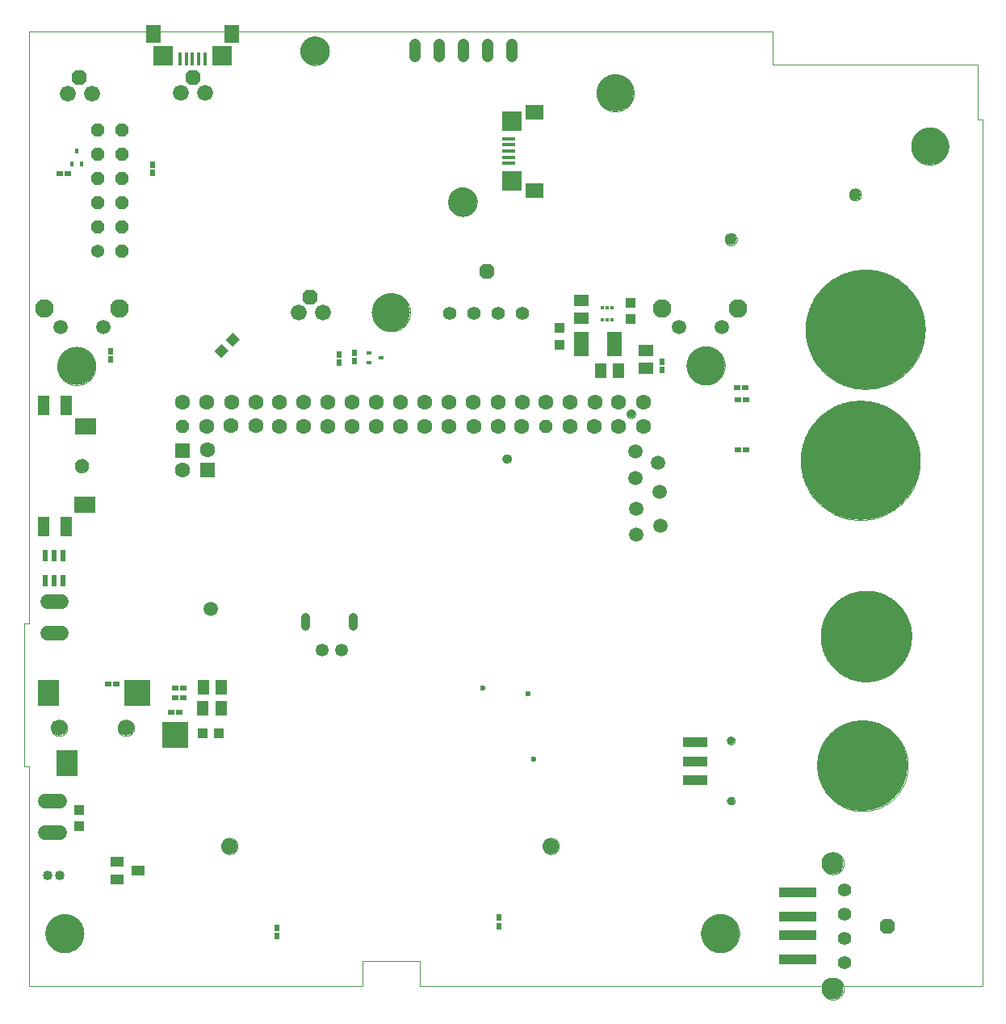
<source format=gbs>
G75*
%MOIN*%
%OFA0B0*%
%FSLAX25Y25*%
%IPPOS*%
%LPD*%
%AMOC8*
5,1,8,0,0,1.08239X$1,22.5*
%
%ADD10C,0.00000*%
%ADD11C,0.15748*%
%ADD12C,0.06693*%
%ADD13C,0.03543*%
%ADD14C,0.37402*%
%ADD15C,0.49213*%
%ADD16C,0.15354*%
%ADD17C,0.04921*%
%ADD18C,0.11811*%
%ADD19OC8,0.05400*%
%ADD20C,0.05906*%
%ADD21C,0.05315*%
%ADD22C,0.03562*%
%ADD23C,0.06299*%
%ADD24R,0.06299X0.06299*%
%ADD25R,0.04921X0.07874*%
%ADD26R,0.08858X0.07087*%
%ADD27C,0.05512*%
%ADD28C,0.04331*%
%ADD29R,0.08661X0.11024*%
%ADD30R,0.11024X0.11024*%
%ADD31C,0.07677*%
%ADD32C,0.04000*%
%ADD33C,0.05906*%
%ADD34R,0.03937X0.04331*%
%ADD35R,0.05118X0.05906*%
%ADD36R,0.02520X0.02362*%
%ADD37R,0.04331X0.03937*%
%ADD38R,0.02362X0.02520*%
%ADD39R,0.02000X0.01402*%
%ADD40R,0.05906X0.05118*%
%ADD41OC8,0.06300*%
%ADD42R,0.08268X0.07874*%
%ADD43R,0.06299X0.07480*%
%ADD44R,0.01575X0.05315*%
%ADD45R,0.15748X0.04409*%
%ADD46C,0.09055*%
%ADD47R,0.07874X0.08268*%
%ADD48R,0.07480X0.06299*%
%ADD49R,0.05315X0.01575*%
%ADD50C,0.04800*%
%ADD51R,0.05512X0.03937*%
%ADD52R,0.01181X0.01772*%
%ADD53R,0.05906X0.09843*%
%ADD54R,0.01402X0.02000*%
%ADD55C,0.05400*%
%ADD56R,0.02441X0.04803*%
%ADD57C,0.06600*%
%ADD58C,0.05600*%
%ADD59C,0.02362*%
%ADD60C,0.03150*%
%ADD61R,0.09843X0.03937*%
D10*
X0011407Y0006748D02*
X0011407Y0097299D01*
X0009439Y0097299D01*
X0009439Y0156354D01*
X0011407Y0156354D01*
X0011407Y0400449D01*
X0318494Y0400449D01*
X0318494Y0387063D01*
X0403140Y0387063D01*
X0403140Y0364425D01*
X0405108Y0364425D01*
X0405108Y0006748D01*
X0172825Y0006748D01*
X0172825Y0016787D01*
X0149203Y0016787D01*
X0149203Y0006748D01*
X0011407Y0006748D01*
X0018297Y0028402D02*
X0018299Y0028595D01*
X0018306Y0028788D01*
X0018318Y0028981D01*
X0018335Y0029174D01*
X0018356Y0029366D01*
X0018382Y0029557D01*
X0018413Y0029748D01*
X0018448Y0029938D01*
X0018488Y0030127D01*
X0018533Y0030315D01*
X0018582Y0030502D01*
X0018636Y0030688D01*
X0018694Y0030872D01*
X0018757Y0031055D01*
X0018825Y0031236D01*
X0018896Y0031415D01*
X0018973Y0031593D01*
X0019053Y0031769D01*
X0019138Y0031942D01*
X0019227Y0032114D01*
X0019320Y0032283D01*
X0019417Y0032450D01*
X0019519Y0032615D01*
X0019624Y0032777D01*
X0019733Y0032936D01*
X0019847Y0033093D01*
X0019964Y0033246D01*
X0020084Y0033397D01*
X0020209Y0033545D01*
X0020337Y0033690D01*
X0020468Y0033831D01*
X0020603Y0033970D01*
X0020742Y0034105D01*
X0020883Y0034236D01*
X0021028Y0034364D01*
X0021176Y0034489D01*
X0021327Y0034609D01*
X0021480Y0034726D01*
X0021637Y0034840D01*
X0021796Y0034949D01*
X0021958Y0035054D01*
X0022123Y0035156D01*
X0022290Y0035253D01*
X0022459Y0035346D01*
X0022631Y0035435D01*
X0022804Y0035520D01*
X0022980Y0035600D01*
X0023158Y0035677D01*
X0023337Y0035748D01*
X0023518Y0035816D01*
X0023701Y0035879D01*
X0023885Y0035937D01*
X0024071Y0035991D01*
X0024258Y0036040D01*
X0024446Y0036085D01*
X0024635Y0036125D01*
X0024825Y0036160D01*
X0025016Y0036191D01*
X0025207Y0036217D01*
X0025399Y0036238D01*
X0025592Y0036255D01*
X0025785Y0036267D01*
X0025978Y0036274D01*
X0026171Y0036276D01*
X0026364Y0036274D01*
X0026557Y0036267D01*
X0026750Y0036255D01*
X0026943Y0036238D01*
X0027135Y0036217D01*
X0027326Y0036191D01*
X0027517Y0036160D01*
X0027707Y0036125D01*
X0027896Y0036085D01*
X0028084Y0036040D01*
X0028271Y0035991D01*
X0028457Y0035937D01*
X0028641Y0035879D01*
X0028824Y0035816D01*
X0029005Y0035748D01*
X0029184Y0035677D01*
X0029362Y0035600D01*
X0029538Y0035520D01*
X0029711Y0035435D01*
X0029883Y0035346D01*
X0030052Y0035253D01*
X0030219Y0035156D01*
X0030384Y0035054D01*
X0030546Y0034949D01*
X0030705Y0034840D01*
X0030862Y0034726D01*
X0031015Y0034609D01*
X0031166Y0034489D01*
X0031314Y0034364D01*
X0031459Y0034236D01*
X0031600Y0034105D01*
X0031739Y0033970D01*
X0031874Y0033831D01*
X0032005Y0033690D01*
X0032133Y0033545D01*
X0032258Y0033397D01*
X0032378Y0033246D01*
X0032495Y0033093D01*
X0032609Y0032936D01*
X0032718Y0032777D01*
X0032823Y0032615D01*
X0032925Y0032450D01*
X0033022Y0032283D01*
X0033115Y0032114D01*
X0033204Y0031942D01*
X0033289Y0031769D01*
X0033369Y0031593D01*
X0033446Y0031415D01*
X0033517Y0031236D01*
X0033585Y0031055D01*
X0033648Y0030872D01*
X0033706Y0030688D01*
X0033760Y0030502D01*
X0033809Y0030315D01*
X0033854Y0030127D01*
X0033894Y0029938D01*
X0033929Y0029748D01*
X0033960Y0029557D01*
X0033986Y0029366D01*
X0034007Y0029174D01*
X0034024Y0028981D01*
X0034036Y0028788D01*
X0034043Y0028595D01*
X0034045Y0028402D01*
X0034043Y0028209D01*
X0034036Y0028016D01*
X0034024Y0027823D01*
X0034007Y0027630D01*
X0033986Y0027438D01*
X0033960Y0027247D01*
X0033929Y0027056D01*
X0033894Y0026866D01*
X0033854Y0026677D01*
X0033809Y0026489D01*
X0033760Y0026302D01*
X0033706Y0026116D01*
X0033648Y0025932D01*
X0033585Y0025749D01*
X0033517Y0025568D01*
X0033446Y0025389D01*
X0033369Y0025211D01*
X0033289Y0025035D01*
X0033204Y0024862D01*
X0033115Y0024690D01*
X0033022Y0024521D01*
X0032925Y0024354D01*
X0032823Y0024189D01*
X0032718Y0024027D01*
X0032609Y0023868D01*
X0032495Y0023711D01*
X0032378Y0023558D01*
X0032258Y0023407D01*
X0032133Y0023259D01*
X0032005Y0023114D01*
X0031874Y0022973D01*
X0031739Y0022834D01*
X0031600Y0022699D01*
X0031459Y0022568D01*
X0031314Y0022440D01*
X0031166Y0022315D01*
X0031015Y0022195D01*
X0030862Y0022078D01*
X0030705Y0021964D01*
X0030546Y0021855D01*
X0030384Y0021750D01*
X0030219Y0021648D01*
X0030052Y0021551D01*
X0029883Y0021458D01*
X0029711Y0021369D01*
X0029538Y0021284D01*
X0029362Y0021204D01*
X0029184Y0021127D01*
X0029005Y0021056D01*
X0028824Y0020988D01*
X0028641Y0020925D01*
X0028457Y0020867D01*
X0028271Y0020813D01*
X0028084Y0020764D01*
X0027896Y0020719D01*
X0027707Y0020679D01*
X0027517Y0020644D01*
X0027326Y0020613D01*
X0027135Y0020587D01*
X0026943Y0020566D01*
X0026750Y0020549D01*
X0026557Y0020537D01*
X0026364Y0020530D01*
X0026171Y0020528D01*
X0025978Y0020530D01*
X0025785Y0020537D01*
X0025592Y0020549D01*
X0025399Y0020566D01*
X0025207Y0020587D01*
X0025016Y0020613D01*
X0024825Y0020644D01*
X0024635Y0020679D01*
X0024446Y0020719D01*
X0024258Y0020764D01*
X0024071Y0020813D01*
X0023885Y0020867D01*
X0023701Y0020925D01*
X0023518Y0020988D01*
X0023337Y0021056D01*
X0023158Y0021127D01*
X0022980Y0021204D01*
X0022804Y0021284D01*
X0022631Y0021369D01*
X0022459Y0021458D01*
X0022290Y0021551D01*
X0022123Y0021648D01*
X0021958Y0021750D01*
X0021796Y0021855D01*
X0021637Y0021964D01*
X0021480Y0022078D01*
X0021327Y0022195D01*
X0021176Y0022315D01*
X0021028Y0022440D01*
X0020883Y0022568D01*
X0020742Y0022699D01*
X0020603Y0022834D01*
X0020468Y0022973D01*
X0020337Y0023114D01*
X0020209Y0023259D01*
X0020084Y0023407D01*
X0019964Y0023558D01*
X0019847Y0023711D01*
X0019733Y0023868D01*
X0019624Y0024027D01*
X0019519Y0024189D01*
X0019417Y0024354D01*
X0019320Y0024521D01*
X0019227Y0024690D01*
X0019138Y0024862D01*
X0019053Y0025035D01*
X0018973Y0025211D01*
X0018896Y0025389D01*
X0018825Y0025568D01*
X0018757Y0025749D01*
X0018694Y0025932D01*
X0018636Y0026116D01*
X0018582Y0026302D01*
X0018533Y0026489D01*
X0018488Y0026677D01*
X0018448Y0026866D01*
X0018413Y0027056D01*
X0018382Y0027247D01*
X0018356Y0027438D01*
X0018335Y0027630D01*
X0018318Y0027823D01*
X0018306Y0028016D01*
X0018299Y0028209D01*
X0018297Y0028402D01*
X0090935Y0064425D02*
X0090937Y0064540D01*
X0090943Y0064656D01*
X0090953Y0064771D01*
X0090967Y0064886D01*
X0090985Y0065000D01*
X0091007Y0065113D01*
X0091032Y0065226D01*
X0091062Y0065337D01*
X0091095Y0065448D01*
X0091132Y0065557D01*
X0091173Y0065665D01*
X0091218Y0065772D01*
X0091266Y0065877D01*
X0091318Y0065980D01*
X0091374Y0066081D01*
X0091433Y0066181D01*
X0091495Y0066278D01*
X0091561Y0066373D01*
X0091629Y0066466D01*
X0091701Y0066556D01*
X0091776Y0066644D01*
X0091855Y0066729D01*
X0091936Y0066811D01*
X0092019Y0066891D01*
X0092106Y0066967D01*
X0092195Y0067041D01*
X0092286Y0067111D01*
X0092380Y0067179D01*
X0092476Y0067243D01*
X0092575Y0067303D01*
X0092675Y0067360D01*
X0092777Y0067414D01*
X0092881Y0067464D01*
X0092987Y0067511D01*
X0093094Y0067554D01*
X0093203Y0067593D01*
X0093313Y0067628D01*
X0093424Y0067659D01*
X0093536Y0067687D01*
X0093649Y0067711D01*
X0093763Y0067731D01*
X0093878Y0067747D01*
X0093993Y0067759D01*
X0094108Y0067767D01*
X0094223Y0067771D01*
X0094339Y0067771D01*
X0094454Y0067767D01*
X0094569Y0067759D01*
X0094684Y0067747D01*
X0094799Y0067731D01*
X0094913Y0067711D01*
X0095026Y0067687D01*
X0095138Y0067659D01*
X0095249Y0067628D01*
X0095359Y0067593D01*
X0095468Y0067554D01*
X0095575Y0067511D01*
X0095681Y0067464D01*
X0095785Y0067414D01*
X0095887Y0067360D01*
X0095987Y0067303D01*
X0096086Y0067243D01*
X0096182Y0067179D01*
X0096276Y0067111D01*
X0096367Y0067041D01*
X0096456Y0066967D01*
X0096543Y0066891D01*
X0096626Y0066811D01*
X0096707Y0066729D01*
X0096786Y0066644D01*
X0096861Y0066556D01*
X0096933Y0066466D01*
X0097001Y0066373D01*
X0097067Y0066278D01*
X0097129Y0066181D01*
X0097188Y0066081D01*
X0097244Y0065980D01*
X0097296Y0065877D01*
X0097344Y0065772D01*
X0097389Y0065665D01*
X0097430Y0065557D01*
X0097467Y0065448D01*
X0097500Y0065337D01*
X0097530Y0065226D01*
X0097555Y0065113D01*
X0097577Y0065000D01*
X0097595Y0064886D01*
X0097609Y0064771D01*
X0097619Y0064656D01*
X0097625Y0064540D01*
X0097627Y0064425D01*
X0097625Y0064310D01*
X0097619Y0064194D01*
X0097609Y0064079D01*
X0097595Y0063964D01*
X0097577Y0063850D01*
X0097555Y0063737D01*
X0097530Y0063624D01*
X0097500Y0063513D01*
X0097467Y0063402D01*
X0097430Y0063293D01*
X0097389Y0063185D01*
X0097344Y0063078D01*
X0097296Y0062973D01*
X0097244Y0062870D01*
X0097188Y0062769D01*
X0097129Y0062669D01*
X0097067Y0062572D01*
X0097001Y0062477D01*
X0096933Y0062384D01*
X0096861Y0062294D01*
X0096786Y0062206D01*
X0096707Y0062121D01*
X0096626Y0062039D01*
X0096543Y0061959D01*
X0096456Y0061883D01*
X0096367Y0061809D01*
X0096276Y0061739D01*
X0096182Y0061671D01*
X0096086Y0061607D01*
X0095987Y0061547D01*
X0095887Y0061490D01*
X0095785Y0061436D01*
X0095681Y0061386D01*
X0095575Y0061339D01*
X0095468Y0061296D01*
X0095359Y0061257D01*
X0095249Y0061222D01*
X0095138Y0061191D01*
X0095026Y0061163D01*
X0094913Y0061139D01*
X0094799Y0061119D01*
X0094684Y0061103D01*
X0094569Y0061091D01*
X0094454Y0061083D01*
X0094339Y0061079D01*
X0094223Y0061079D01*
X0094108Y0061083D01*
X0093993Y0061091D01*
X0093878Y0061103D01*
X0093763Y0061119D01*
X0093649Y0061139D01*
X0093536Y0061163D01*
X0093424Y0061191D01*
X0093313Y0061222D01*
X0093203Y0061257D01*
X0093094Y0061296D01*
X0092987Y0061339D01*
X0092881Y0061386D01*
X0092777Y0061436D01*
X0092675Y0061490D01*
X0092575Y0061547D01*
X0092476Y0061607D01*
X0092380Y0061671D01*
X0092286Y0061739D01*
X0092195Y0061809D01*
X0092106Y0061883D01*
X0092019Y0061959D01*
X0091936Y0062039D01*
X0091855Y0062121D01*
X0091776Y0062206D01*
X0091701Y0062294D01*
X0091629Y0062384D01*
X0091561Y0062477D01*
X0091495Y0062572D01*
X0091433Y0062669D01*
X0091374Y0062769D01*
X0091318Y0062870D01*
X0091266Y0062973D01*
X0091218Y0063078D01*
X0091173Y0063185D01*
X0091132Y0063293D01*
X0091095Y0063402D01*
X0091062Y0063513D01*
X0091032Y0063624D01*
X0091007Y0063737D01*
X0090985Y0063850D01*
X0090967Y0063964D01*
X0090953Y0064079D01*
X0090943Y0064194D01*
X0090937Y0064310D01*
X0090935Y0064425D01*
X0048180Y0113126D02*
X0048182Y0113241D01*
X0048188Y0113357D01*
X0048198Y0113472D01*
X0048212Y0113587D01*
X0048230Y0113701D01*
X0048252Y0113814D01*
X0048277Y0113927D01*
X0048307Y0114038D01*
X0048340Y0114149D01*
X0048377Y0114258D01*
X0048418Y0114366D01*
X0048463Y0114473D01*
X0048511Y0114578D01*
X0048563Y0114681D01*
X0048619Y0114782D01*
X0048678Y0114882D01*
X0048740Y0114979D01*
X0048806Y0115074D01*
X0048874Y0115167D01*
X0048946Y0115257D01*
X0049021Y0115345D01*
X0049100Y0115430D01*
X0049181Y0115512D01*
X0049264Y0115592D01*
X0049351Y0115668D01*
X0049440Y0115742D01*
X0049531Y0115812D01*
X0049625Y0115880D01*
X0049721Y0115944D01*
X0049820Y0116004D01*
X0049920Y0116061D01*
X0050022Y0116115D01*
X0050126Y0116165D01*
X0050232Y0116212D01*
X0050339Y0116255D01*
X0050448Y0116294D01*
X0050558Y0116329D01*
X0050669Y0116360D01*
X0050781Y0116388D01*
X0050894Y0116412D01*
X0051008Y0116432D01*
X0051123Y0116448D01*
X0051238Y0116460D01*
X0051353Y0116468D01*
X0051468Y0116472D01*
X0051584Y0116472D01*
X0051699Y0116468D01*
X0051814Y0116460D01*
X0051929Y0116448D01*
X0052044Y0116432D01*
X0052158Y0116412D01*
X0052271Y0116388D01*
X0052383Y0116360D01*
X0052494Y0116329D01*
X0052604Y0116294D01*
X0052713Y0116255D01*
X0052820Y0116212D01*
X0052926Y0116165D01*
X0053030Y0116115D01*
X0053132Y0116061D01*
X0053232Y0116004D01*
X0053331Y0115944D01*
X0053427Y0115880D01*
X0053521Y0115812D01*
X0053612Y0115742D01*
X0053701Y0115668D01*
X0053788Y0115592D01*
X0053871Y0115512D01*
X0053952Y0115430D01*
X0054031Y0115345D01*
X0054106Y0115257D01*
X0054178Y0115167D01*
X0054246Y0115074D01*
X0054312Y0114979D01*
X0054374Y0114882D01*
X0054433Y0114782D01*
X0054489Y0114681D01*
X0054541Y0114578D01*
X0054589Y0114473D01*
X0054634Y0114366D01*
X0054675Y0114258D01*
X0054712Y0114149D01*
X0054745Y0114038D01*
X0054775Y0113927D01*
X0054800Y0113814D01*
X0054822Y0113701D01*
X0054840Y0113587D01*
X0054854Y0113472D01*
X0054864Y0113357D01*
X0054870Y0113241D01*
X0054872Y0113126D01*
X0054870Y0113011D01*
X0054864Y0112895D01*
X0054854Y0112780D01*
X0054840Y0112665D01*
X0054822Y0112551D01*
X0054800Y0112438D01*
X0054775Y0112325D01*
X0054745Y0112214D01*
X0054712Y0112103D01*
X0054675Y0111994D01*
X0054634Y0111886D01*
X0054589Y0111779D01*
X0054541Y0111674D01*
X0054489Y0111571D01*
X0054433Y0111470D01*
X0054374Y0111370D01*
X0054312Y0111273D01*
X0054246Y0111178D01*
X0054178Y0111085D01*
X0054106Y0110995D01*
X0054031Y0110907D01*
X0053952Y0110822D01*
X0053871Y0110740D01*
X0053788Y0110660D01*
X0053701Y0110584D01*
X0053612Y0110510D01*
X0053521Y0110440D01*
X0053427Y0110372D01*
X0053331Y0110308D01*
X0053232Y0110248D01*
X0053132Y0110191D01*
X0053030Y0110137D01*
X0052926Y0110087D01*
X0052820Y0110040D01*
X0052713Y0109997D01*
X0052604Y0109958D01*
X0052494Y0109923D01*
X0052383Y0109892D01*
X0052271Y0109864D01*
X0052158Y0109840D01*
X0052044Y0109820D01*
X0051929Y0109804D01*
X0051814Y0109792D01*
X0051699Y0109784D01*
X0051584Y0109780D01*
X0051468Y0109780D01*
X0051353Y0109784D01*
X0051238Y0109792D01*
X0051123Y0109804D01*
X0051008Y0109820D01*
X0050894Y0109840D01*
X0050781Y0109864D01*
X0050669Y0109892D01*
X0050558Y0109923D01*
X0050448Y0109958D01*
X0050339Y0109997D01*
X0050232Y0110040D01*
X0050126Y0110087D01*
X0050022Y0110137D01*
X0049920Y0110191D01*
X0049820Y0110248D01*
X0049721Y0110308D01*
X0049625Y0110372D01*
X0049531Y0110440D01*
X0049440Y0110510D01*
X0049351Y0110584D01*
X0049264Y0110660D01*
X0049181Y0110740D01*
X0049100Y0110822D01*
X0049021Y0110907D01*
X0048946Y0110995D01*
X0048874Y0111085D01*
X0048806Y0111178D01*
X0048740Y0111273D01*
X0048678Y0111370D01*
X0048619Y0111470D01*
X0048563Y0111571D01*
X0048511Y0111674D01*
X0048463Y0111779D01*
X0048418Y0111886D01*
X0048377Y0111994D01*
X0048340Y0112103D01*
X0048307Y0112214D01*
X0048277Y0112325D01*
X0048252Y0112438D01*
X0048230Y0112551D01*
X0048212Y0112665D01*
X0048198Y0112780D01*
X0048188Y0112895D01*
X0048182Y0113011D01*
X0048180Y0113126D01*
X0020621Y0113126D02*
X0020623Y0113241D01*
X0020629Y0113357D01*
X0020639Y0113472D01*
X0020653Y0113587D01*
X0020671Y0113701D01*
X0020693Y0113814D01*
X0020718Y0113927D01*
X0020748Y0114038D01*
X0020781Y0114149D01*
X0020818Y0114258D01*
X0020859Y0114366D01*
X0020904Y0114473D01*
X0020952Y0114578D01*
X0021004Y0114681D01*
X0021060Y0114782D01*
X0021119Y0114882D01*
X0021181Y0114979D01*
X0021247Y0115074D01*
X0021315Y0115167D01*
X0021387Y0115257D01*
X0021462Y0115345D01*
X0021541Y0115430D01*
X0021622Y0115512D01*
X0021705Y0115592D01*
X0021792Y0115668D01*
X0021881Y0115742D01*
X0021972Y0115812D01*
X0022066Y0115880D01*
X0022162Y0115944D01*
X0022261Y0116004D01*
X0022361Y0116061D01*
X0022463Y0116115D01*
X0022567Y0116165D01*
X0022673Y0116212D01*
X0022780Y0116255D01*
X0022889Y0116294D01*
X0022999Y0116329D01*
X0023110Y0116360D01*
X0023222Y0116388D01*
X0023335Y0116412D01*
X0023449Y0116432D01*
X0023564Y0116448D01*
X0023679Y0116460D01*
X0023794Y0116468D01*
X0023909Y0116472D01*
X0024025Y0116472D01*
X0024140Y0116468D01*
X0024255Y0116460D01*
X0024370Y0116448D01*
X0024485Y0116432D01*
X0024599Y0116412D01*
X0024712Y0116388D01*
X0024824Y0116360D01*
X0024935Y0116329D01*
X0025045Y0116294D01*
X0025154Y0116255D01*
X0025261Y0116212D01*
X0025367Y0116165D01*
X0025471Y0116115D01*
X0025573Y0116061D01*
X0025673Y0116004D01*
X0025772Y0115944D01*
X0025868Y0115880D01*
X0025962Y0115812D01*
X0026053Y0115742D01*
X0026142Y0115668D01*
X0026229Y0115592D01*
X0026312Y0115512D01*
X0026393Y0115430D01*
X0026472Y0115345D01*
X0026547Y0115257D01*
X0026619Y0115167D01*
X0026687Y0115074D01*
X0026753Y0114979D01*
X0026815Y0114882D01*
X0026874Y0114782D01*
X0026930Y0114681D01*
X0026982Y0114578D01*
X0027030Y0114473D01*
X0027075Y0114366D01*
X0027116Y0114258D01*
X0027153Y0114149D01*
X0027186Y0114038D01*
X0027216Y0113927D01*
X0027241Y0113814D01*
X0027263Y0113701D01*
X0027281Y0113587D01*
X0027295Y0113472D01*
X0027305Y0113357D01*
X0027311Y0113241D01*
X0027313Y0113126D01*
X0027311Y0113011D01*
X0027305Y0112895D01*
X0027295Y0112780D01*
X0027281Y0112665D01*
X0027263Y0112551D01*
X0027241Y0112438D01*
X0027216Y0112325D01*
X0027186Y0112214D01*
X0027153Y0112103D01*
X0027116Y0111994D01*
X0027075Y0111886D01*
X0027030Y0111779D01*
X0026982Y0111674D01*
X0026930Y0111571D01*
X0026874Y0111470D01*
X0026815Y0111370D01*
X0026753Y0111273D01*
X0026687Y0111178D01*
X0026619Y0111085D01*
X0026547Y0110995D01*
X0026472Y0110907D01*
X0026393Y0110822D01*
X0026312Y0110740D01*
X0026229Y0110660D01*
X0026142Y0110584D01*
X0026053Y0110510D01*
X0025962Y0110440D01*
X0025868Y0110372D01*
X0025772Y0110308D01*
X0025673Y0110248D01*
X0025573Y0110191D01*
X0025471Y0110137D01*
X0025367Y0110087D01*
X0025261Y0110040D01*
X0025154Y0109997D01*
X0025045Y0109958D01*
X0024935Y0109923D01*
X0024824Y0109892D01*
X0024712Y0109864D01*
X0024599Y0109840D01*
X0024485Y0109820D01*
X0024370Y0109804D01*
X0024255Y0109792D01*
X0024140Y0109784D01*
X0024025Y0109780D01*
X0023909Y0109780D01*
X0023794Y0109784D01*
X0023679Y0109792D01*
X0023564Y0109804D01*
X0023449Y0109820D01*
X0023335Y0109840D01*
X0023222Y0109864D01*
X0023110Y0109892D01*
X0022999Y0109923D01*
X0022889Y0109958D01*
X0022780Y0109997D01*
X0022673Y0110040D01*
X0022567Y0110087D01*
X0022463Y0110137D01*
X0022361Y0110191D01*
X0022261Y0110248D01*
X0022162Y0110308D01*
X0022066Y0110372D01*
X0021972Y0110440D01*
X0021881Y0110510D01*
X0021792Y0110584D01*
X0021705Y0110660D01*
X0021622Y0110740D01*
X0021541Y0110822D01*
X0021462Y0110907D01*
X0021387Y0110995D01*
X0021315Y0111085D01*
X0021247Y0111178D01*
X0021181Y0111273D01*
X0021119Y0111370D01*
X0021060Y0111470D01*
X0021004Y0111571D01*
X0020952Y0111674D01*
X0020904Y0111779D01*
X0020859Y0111886D01*
X0020818Y0111994D01*
X0020781Y0112103D01*
X0020748Y0112214D01*
X0020718Y0112325D01*
X0020693Y0112438D01*
X0020671Y0112551D01*
X0020653Y0112665D01*
X0020639Y0112780D01*
X0020629Y0112895D01*
X0020623Y0113011D01*
X0020621Y0113126D01*
X0031054Y0205213D02*
X0031056Y0205306D01*
X0031062Y0205398D01*
X0031072Y0205490D01*
X0031086Y0205581D01*
X0031103Y0205672D01*
X0031125Y0205762D01*
X0031150Y0205851D01*
X0031179Y0205939D01*
X0031212Y0206025D01*
X0031249Y0206110D01*
X0031289Y0206194D01*
X0031333Y0206275D01*
X0031380Y0206355D01*
X0031430Y0206433D01*
X0031484Y0206508D01*
X0031541Y0206581D01*
X0031601Y0206651D01*
X0031664Y0206719D01*
X0031730Y0206784D01*
X0031798Y0206846D01*
X0031869Y0206906D01*
X0031943Y0206962D01*
X0032019Y0207015D01*
X0032097Y0207064D01*
X0032177Y0207111D01*
X0032259Y0207153D01*
X0032343Y0207193D01*
X0032428Y0207228D01*
X0032515Y0207260D01*
X0032603Y0207289D01*
X0032692Y0207313D01*
X0032782Y0207334D01*
X0032873Y0207350D01*
X0032965Y0207363D01*
X0033057Y0207372D01*
X0033150Y0207377D01*
X0033242Y0207378D01*
X0033335Y0207375D01*
X0033427Y0207368D01*
X0033519Y0207357D01*
X0033610Y0207342D01*
X0033701Y0207324D01*
X0033791Y0207301D01*
X0033879Y0207275D01*
X0033967Y0207245D01*
X0034053Y0207211D01*
X0034137Y0207174D01*
X0034220Y0207132D01*
X0034301Y0207088D01*
X0034381Y0207040D01*
X0034458Y0206989D01*
X0034532Y0206934D01*
X0034605Y0206876D01*
X0034675Y0206816D01*
X0034742Y0206752D01*
X0034806Y0206686D01*
X0034868Y0206616D01*
X0034926Y0206545D01*
X0034981Y0206471D01*
X0035033Y0206394D01*
X0035082Y0206315D01*
X0035128Y0206235D01*
X0035170Y0206152D01*
X0035208Y0206068D01*
X0035243Y0205982D01*
X0035274Y0205895D01*
X0035301Y0205807D01*
X0035324Y0205717D01*
X0035344Y0205627D01*
X0035360Y0205536D01*
X0035372Y0205444D01*
X0035380Y0205352D01*
X0035384Y0205259D01*
X0035384Y0205167D01*
X0035380Y0205074D01*
X0035372Y0204982D01*
X0035360Y0204890D01*
X0035344Y0204799D01*
X0035324Y0204709D01*
X0035301Y0204619D01*
X0035274Y0204531D01*
X0035243Y0204444D01*
X0035208Y0204358D01*
X0035170Y0204274D01*
X0035128Y0204191D01*
X0035082Y0204111D01*
X0035033Y0204032D01*
X0034981Y0203955D01*
X0034926Y0203881D01*
X0034868Y0203810D01*
X0034806Y0203740D01*
X0034742Y0203674D01*
X0034675Y0203610D01*
X0034605Y0203550D01*
X0034532Y0203492D01*
X0034458Y0203437D01*
X0034381Y0203386D01*
X0034302Y0203338D01*
X0034220Y0203294D01*
X0034137Y0203252D01*
X0034053Y0203215D01*
X0033967Y0203181D01*
X0033879Y0203151D01*
X0033791Y0203125D01*
X0033701Y0203102D01*
X0033610Y0203084D01*
X0033519Y0203069D01*
X0033427Y0203058D01*
X0033335Y0203051D01*
X0033242Y0203048D01*
X0033150Y0203049D01*
X0033057Y0203054D01*
X0032965Y0203063D01*
X0032873Y0203076D01*
X0032782Y0203092D01*
X0032692Y0203113D01*
X0032603Y0203137D01*
X0032515Y0203166D01*
X0032428Y0203198D01*
X0032343Y0203233D01*
X0032259Y0203273D01*
X0032177Y0203315D01*
X0032097Y0203362D01*
X0032019Y0203411D01*
X0031943Y0203464D01*
X0031869Y0203520D01*
X0031798Y0203580D01*
X0031730Y0203642D01*
X0031664Y0203707D01*
X0031601Y0203775D01*
X0031541Y0203845D01*
X0031484Y0203918D01*
X0031430Y0203993D01*
X0031380Y0204071D01*
X0031333Y0204151D01*
X0031289Y0204232D01*
X0031249Y0204316D01*
X0031212Y0204401D01*
X0031179Y0204487D01*
X0031150Y0204575D01*
X0031125Y0204664D01*
X0031103Y0204754D01*
X0031086Y0204845D01*
X0031072Y0204936D01*
X0031062Y0205028D01*
X0031056Y0205120D01*
X0031054Y0205213D01*
X0030463Y0221354D02*
X0030465Y0221459D01*
X0030471Y0221564D01*
X0030481Y0221668D01*
X0030495Y0221772D01*
X0030513Y0221876D01*
X0030535Y0221978D01*
X0030560Y0222080D01*
X0030590Y0222181D01*
X0030623Y0222280D01*
X0030660Y0222378D01*
X0030701Y0222475D01*
X0030746Y0222570D01*
X0030794Y0222663D01*
X0030845Y0222755D01*
X0030901Y0222844D01*
X0030959Y0222931D01*
X0031021Y0223016D01*
X0031085Y0223099D01*
X0031153Y0223179D01*
X0031224Y0223256D01*
X0031298Y0223330D01*
X0031375Y0223402D01*
X0031454Y0223471D01*
X0031536Y0223536D01*
X0031620Y0223599D01*
X0031707Y0223658D01*
X0031796Y0223714D01*
X0031887Y0223767D01*
X0031980Y0223816D01*
X0032074Y0223861D01*
X0032170Y0223903D01*
X0032268Y0223941D01*
X0032367Y0223975D01*
X0032468Y0224006D01*
X0032569Y0224032D01*
X0032672Y0224055D01*
X0032775Y0224074D01*
X0032879Y0224089D01*
X0032983Y0224100D01*
X0033088Y0224107D01*
X0033193Y0224110D01*
X0033298Y0224109D01*
X0033403Y0224104D01*
X0033507Y0224095D01*
X0033611Y0224082D01*
X0033715Y0224065D01*
X0033818Y0224044D01*
X0033920Y0224019D01*
X0034021Y0223991D01*
X0034120Y0223958D01*
X0034219Y0223922D01*
X0034316Y0223882D01*
X0034411Y0223839D01*
X0034505Y0223791D01*
X0034597Y0223741D01*
X0034687Y0223687D01*
X0034775Y0223629D01*
X0034860Y0223568D01*
X0034943Y0223504D01*
X0035024Y0223437D01*
X0035102Y0223367D01*
X0035177Y0223293D01*
X0035249Y0223218D01*
X0035319Y0223139D01*
X0035385Y0223058D01*
X0035449Y0222974D01*
X0035509Y0222888D01*
X0035565Y0222800D01*
X0035619Y0222709D01*
X0035669Y0222617D01*
X0035715Y0222523D01*
X0035758Y0222427D01*
X0035797Y0222329D01*
X0035832Y0222231D01*
X0035863Y0222130D01*
X0035891Y0222029D01*
X0035915Y0221927D01*
X0035935Y0221824D01*
X0035951Y0221720D01*
X0035963Y0221616D01*
X0035971Y0221511D01*
X0035975Y0221406D01*
X0035975Y0221302D01*
X0035971Y0221197D01*
X0035963Y0221092D01*
X0035951Y0220988D01*
X0035935Y0220884D01*
X0035915Y0220781D01*
X0035891Y0220679D01*
X0035863Y0220578D01*
X0035832Y0220477D01*
X0035797Y0220379D01*
X0035758Y0220281D01*
X0035715Y0220185D01*
X0035669Y0220091D01*
X0035619Y0219999D01*
X0035565Y0219908D01*
X0035509Y0219820D01*
X0035449Y0219734D01*
X0035385Y0219650D01*
X0035319Y0219569D01*
X0035249Y0219490D01*
X0035177Y0219415D01*
X0035102Y0219341D01*
X0035024Y0219271D01*
X0034943Y0219204D01*
X0034860Y0219140D01*
X0034775Y0219079D01*
X0034687Y0219021D01*
X0034597Y0218967D01*
X0034505Y0218917D01*
X0034411Y0218869D01*
X0034316Y0218826D01*
X0034219Y0218786D01*
X0034120Y0218750D01*
X0034021Y0218717D01*
X0033920Y0218689D01*
X0033818Y0218664D01*
X0033715Y0218643D01*
X0033611Y0218626D01*
X0033507Y0218613D01*
X0033403Y0218604D01*
X0033298Y0218599D01*
X0033193Y0218598D01*
X0033088Y0218601D01*
X0032983Y0218608D01*
X0032879Y0218619D01*
X0032775Y0218634D01*
X0032672Y0218653D01*
X0032569Y0218676D01*
X0032468Y0218702D01*
X0032367Y0218733D01*
X0032268Y0218767D01*
X0032170Y0218805D01*
X0032074Y0218847D01*
X0031980Y0218892D01*
X0031887Y0218941D01*
X0031796Y0218994D01*
X0031707Y0219050D01*
X0031620Y0219109D01*
X0031536Y0219172D01*
X0031454Y0219237D01*
X0031375Y0219306D01*
X0031298Y0219378D01*
X0031224Y0219452D01*
X0031153Y0219529D01*
X0031085Y0219609D01*
X0031021Y0219692D01*
X0030959Y0219777D01*
X0030901Y0219864D01*
X0030845Y0219953D01*
X0030794Y0220045D01*
X0030746Y0220138D01*
X0030701Y0220233D01*
X0030660Y0220330D01*
X0030623Y0220428D01*
X0030590Y0220527D01*
X0030560Y0220628D01*
X0030535Y0220730D01*
X0030513Y0220832D01*
X0030495Y0220936D01*
X0030481Y0221040D01*
X0030471Y0221144D01*
X0030465Y0221249D01*
X0030463Y0221354D01*
X0031054Y0237496D02*
X0031056Y0237589D01*
X0031062Y0237681D01*
X0031072Y0237773D01*
X0031086Y0237864D01*
X0031103Y0237955D01*
X0031125Y0238045D01*
X0031150Y0238134D01*
X0031179Y0238222D01*
X0031212Y0238308D01*
X0031249Y0238393D01*
X0031289Y0238477D01*
X0031333Y0238558D01*
X0031380Y0238638D01*
X0031430Y0238716D01*
X0031484Y0238791D01*
X0031541Y0238864D01*
X0031601Y0238934D01*
X0031664Y0239002D01*
X0031730Y0239067D01*
X0031798Y0239129D01*
X0031869Y0239189D01*
X0031943Y0239245D01*
X0032019Y0239298D01*
X0032097Y0239347D01*
X0032177Y0239394D01*
X0032259Y0239436D01*
X0032343Y0239476D01*
X0032428Y0239511D01*
X0032515Y0239543D01*
X0032603Y0239572D01*
X0032692Y0239596D01*
X0032782Y0239617D01*
X0032873Y0239633D01*
X0032965Y0239646D01*
X0033057Y0239655D01*
X0033150Y0239660D01*
X0033242Y0239661D01*
X0033335Y0239658D01*
X0033427Y0239651D01*
X0033519Y0239640D01*
X0033610Y0239625D01*
X0033701Y0239607D01*
X0033791Y0239584D01*
X0033879Y0239558D01*
X0033967Y0239528D01*
X0034053Y0239494D01*
X0034137Y0239457D01*
X0034220Y0239415D01*
X0034301Y0239371D01*
X0034381Y0239323D01*
X0034458Y0239272D01*
X0034532Y0239217D01*
X0034605Y0239159D01*
X0034675Y0239099D01*
X0034742Y0239035D01*
X0034806Y0238969D01*
X0034868Y0238899D01*
X0034926Y0238828D01*
X0034981Y0238754D01*
X0035033Y0238677D01*
X0035082Y0238598D01*
X0035128Y0238518D01*
X0035170Y0238435D01*
X0035208Y0238351D01*
X0035243Y0238265D01*
X0035274Y0238178D01*
X0035301Y0238090D01*
X0035324Y0238000D01*
X0035344Y0237910D01*
X0035360Y0237819D01*
X0035372Y0237727D01*
X0035380Y0237635D01*
X0035384Y0237542D01*
X0035384Y0237450D01*
X0035380Y0237357D01*
X0035372Y0237265D01*
X0035360Y0237173D01*
X0035344Y0237082D01*
X0035324Y0236992D01*
X0035301Y0236902D01*
X0035274Y0236814D01*
X0035243Y0236727D01*
X0035208Y0236641D01*
X0035170Y0236557D01*
X0035128Y0236474D01*
X0035082Y0236394D01*
X0035033Y0236315D01*
X0034981Y0236238D01*
X0034926Y0236164D01*
X0034868Y0236093D01*
X0034806Y0236023D01*
X0034742Y0235957D01*
X0034675Y0235893D01*
X0034605Y0235833D01*
X0034532Y0235775D01*
X0034458Y0235720D01*
X0034381Y0235669D01*
X0034302Y0235621D01*
X0034220Y0235577D01*
X0034137Y0235535D01*
X0034053Y0235498D01*
X0033967Y0235464D01*
X0033879Y0235434D01*
X0033791Y0235408D01*
X0033701Y0235385D01*
X0033610Y0235367D01*
X0033519Y0235352D01*
X0033427Y0235341D01*
X0033335Y0235334D01*
X0033242Y0235331D01*
X0033150Y0235332D01*
X0033057Y0235337D01*
X0032965Y0235346D01*
X0032873Y0235359D01*
X0032782Y0235375D01*
X0032692Y0235396D01*
X0032603Y0235420D01*
X0032515Y0235449D01*
X0032428Y0235481D01*
X0032343Y0235516D01*
X0032259Y0235556D01*
X0032177Y0235598D01*
X0032097Y0235645D01*
X0032019Y0235694D01*
X0031943Y0235747D01*
X0031869Y0235803D01*
X0031798Y0235863D01*
X0031730Y0235925D01*
X0031664Y0235990D01*
X0031601Y0236058D01*
X0031541Y0236128D01*
X0031484Y0236201D01*
X0031430Y0236276D01*
X0031380Y0236354D01*
X0031333Y0236434D01*
X0031289Y0236515D01*
X0031249Y0236599D01*
X0031212Y0236684D01*
X0031179Y0236770D01*
X0031150Y0236858D01*
X0031125Y0236947D01*
X0031103Y0237037D01*
X0031086Y0237128D01*
X0031072Y0237219D01*
X0031062Y0237311D01*
X0031056Y0237403D01*
X0031054Y0237496D01*
X0023219Y0262457D02*
X0023221Y0262650D01*
X0023228Y0262843D01*
X0023240Y0263036D01*
X0023257Y0263229D01*
X0023278Y0263421D01*
X0023304Y0263612D01*
X0023335Y0263803D01*
X0023370Y0263993D01*
X0023410Y0264182D01*
X0023455Y0264370D01*
X0023504Y0264557D01*
X0023558Y0264743D01*
X0023616Y0264927D01*
X0023679Y0265110D01*
X0023747Y0265291D01*
X0023818Y0265470D01*
X0023895Y0265648D01*
X0023975Y0265824D01*
X0024060Y0265997D01*
X0024149Y0266169D01*
X0024242Y0266338D01*
X0024339Y0266505D01*
X0024441Y0266670D01*
X0024546Y0266832D01*
X0024655Y0266991D01*
X0024769Y0267148D01*
X0024886Y0267301D01*
X0025006Y0267452D01*
X0025131Y0267600D01*
X0025259Y0267745D01*
X0025390Y0267886D01*
X0025525Y0268025D01*
X0025664Y0268160D01*
X0025805Y0268291D01*
X0025950Y0268419D01*
X0026098Y0268544D01*
X0026249Y0268664D01*
X0026402Y0268781D01*
X0026559Y0268895D01*
X0026718Y0269004D01*
X0026880Y0269109D01*
X0027045Y0269211D01*
X0027212Y0269308D01*
X0027381Y0269401D01*
X0027553Y0269490D01*
X0027726Y0269575D01*
X0027902Y0269655D01*
X0028080Y0269732D01*
X0028259Y0269803D01*
X0028440Y0269871D01*
X0028623Y0269934D01*
X0028807Y0269992D01*
X0028993Y0270046D01*
X0029180Y0270095D01*
X0029368Y0270140D01*
X0029557Y0270180D01*
X0029747Y0270215D01*
X0029938Y0270246D01*
X0030129Y0270272D01*
X0030321Y0270293D01*
X0030514Y0270310D01*
X0030707Y0270322D01*
X0030900Y0270329D01*
X0031093Y0270331D01*
X0031286Y0270329D01*
X0031479Y0270322D01*
X0031672Y0270310D01*
X0031865Y0270293D01*
X0032057Y0270272D01*
X0032248Y0270246D01*
X0032439Y0270215D01*
X0032629Y0270180D01*
X0032818Y0270140D01*
X0033006Y0270095D01*
X0033193Y0270046D01*
X0033379Y0269992D01*
X0033563Y0269934D01*
X0033746Y0269871D01*
X0033927Y0269803D01*
X0034106Y0269732D01*
X0034284Y0269655D01*
X0034460Y0269575D01*
X0034633Y0269490D01*
X0034805Y0269401D01*
X0034974Y0269308D01*
X0035141Y0269211D01*
X0035306Y0269109D01*
X0035468Y0269004D01*
X0035627Y0268895D01*
X0035784Y0268781D01*
X0035937Y0268664D01*
X0036088Y0268544D01*
X0036236Y0268419D01*
X0036381Y0268291D01*
X0036522Y0268160D01*
X0036661Y0268025D01*
X0036796Y0267886D01*
X0036927Y0267745D01*
X0037055Y0267600D01*
X0037180Y0267452D01*
X0037300Y0267301D01*
X0037417Y0267148D01*
X0037531Y0266991D01*
X0037640Y0266832D01*
X0037745Y0266670D01*
X0037847Y0266505D01*
X0037944Y0266338D01*
X0038037Y0266169D01*
X0038126Y0265997D01*
X0038211Y0265824D01*
X0038291Y0265648D01*
X0038368Y0265470D01*
X0038439Y0265291D01*
X0038507Y0265110D01*
X0038570Y0264927D01*
X0038628Y0264743D01*
X0038682Y0264557D01*
X0038731Y0264370D01*
X0038776Y0264182D01*
X0038816Y0263993D01*
X0038851Y0263803D01*
X0038882Y0263612D01*
X0038908Y0263421D01*
X0038929Y0263229D01*
X0038946Y0263036D01*
X0038958Y0262843D01*
X0038965Y0262650D01*
X0038967Y0262457D01*
X0038965Y0262264D01*
X0038958Y0262071D01*
X0038946Y0261878D01*
X0038929Y0261685D01*
X0038908Y0261493D01*
X0038882Y0261302D01*
X0038851Y0261111D01*
X0038816Y0260921D01*
X0038776Y0260732D01*
X0038731Y0260544D01*
X0038682Y0260357D01*
X0038628Y0260171D01*
X0038570Y0259987D01*
X0038507Y0259804D01*
X0038439Y0259623D01*
X0038368Y0259444D01*
X0038291Y0259266D01*
X0038211Y0259090D01*
X0038126Y0258917D01*
X0038037Y0258745D01*
X0037944Y0258576D01*
X0037847Y0258409D01*
X0037745Y0258244D01*
X0037640Y0258082D01*
X0037531Y0257923D01*
X0037417Y0257766D01*
X0037300Y0257613D01*
X0037180Y0257462D01*
X0037055Y0257314D01*
X0036927Y0257169D01*
X0036796Y0257028D01*
X0036661Y0256889D01*
X0036522Y0256754D01*
X0036381Y0256623D01*
X0036236Y0256495D01*
X0036088Y0256370D01*
X0035937Y0256250D01*
X0035784Y0256133D01*
X0035627Y0256019D01*
X0035468Y0255910D01*
X0035306Y0255805D01*
X0035141Y0255703D01*
X0034974Y0255606D01*
X0034805Y0255513D01*
X0034633Y0255424D01*
X0034460Y0255339D01*
X0034284Y0255259D01*
X0034106Y0255182D01*
X0033927Y0255111D01*
X0033746Y0255043D01*
X0033563Y0254980D01*
X0033379Y0254922D01*
X0033193Y0254868D01*
X0033006Y0254819D01*
X0032818Y0254774D01*
X0032629Y0254734D01*
X0032439Y0254699D01*
X0032248Y0254668D01*
X0032057Y0254642D01*
X0031865Y0254621D01*
X0031672Y0254604D01*
X0031479Y0254592D01*
X0031286Y0254585D01*
X0031093Y0254583D01*
X0030900Y0254585D01*
X0030707Y0254592D01*
X0030514Y0254604D01*
X0030321Y0254621D01*
X0030129Y0254642D01*
X0029938Y0254668D01*
X0029747Y0254699D01*
X0029557Y0254734D01*
X0029368Y0254774D01*
X0029180Y0254819D01*
X0028993Y0254868D01*
X0028807Y0254922D01*
X0028623Y0254980D01*
X0028440Y0255043D01*
X0028259Y0255111D01*
X0028080Y0255182D01*
X0027902Y0255259D01*
X0027726Y0255339D01*
X0027553Y0255424D01*
X0027381Y0255513D01*
X0027212Y0255606D01*
X0027045Y0255703D01*
X0026880Y0255805D01*
X0026718Y0255910D01*
X0026559Y0256019D01*
X0026402Y0256133D01*
X0026249Y0256250D01*
X0026098Y0256370D01*
X0025950Y0256495D01*
X0025805Y0256623D01*
X0025664Y0256754D01*
X0025525Y0256889D01*
X0025390Y0257028D01*
X0025259Y0257169D01*
X0025131Y0257314D01*
X0025006Y0257462D01*
X0024886Y0257613D01*
X0024769Y0257766D01*
X0024655Y0257923D01*
X0024546Y0258082D01*
X0024441Y0258244D01*
X0024339Y0258409D01*
X0024242Y0258576D01*
X0024149Y0258745D01*
X0024060Y0258917D01*
X0023975Y0259090D01*
X0023895Y0259266D01*
X0023818Y0259444D01*
X0023747Y0259623D01*
X0023679Y0259804D01*
X0023616Y0259987D01*
X0023558Y0260171D01*
X0023504Y0260357D01*
X0023455Y0260544D01*
X0023410Y0260732D01*
X0023370Y0260921D01*
X0023335Y0261111D01*
X0023304Y0261302D01*
X0023278Y0261493D01*
X0023257Y0261685D01*
X0023240Y0261878D01*
X0023228Y0262071D01*
X0023221Y0262264D01*
X0023219Y0262457D01*
X0123572Y0392614D02*
X0123574Y0392767D01*
X0123580Y0392921D01*
X0123590Y0393074D01*
X0123604Y0393226D01*
X0123622Y0393379D01*
X0123644Y0393530D01*
X0123669Y0393681D01*
X0123699Y0393832D01*
X0123733Y0393982D01*
X0123770Y0394130D01*
X0123811Y0394278D01*
X0123856Y0394424D01*
X0123905Y0394570D01*
X0123958Y0394714D01*
X0124014Y0394856D01*
X0124074Y0394997D01*
X0124138Y0395137D01*
X0124205Y0395275D01*
X0124276Y0395411D01*
X0124351Y0395545D01*
X0124428Y0395677D01*
X0124510Y0395807D01*
X0124594Y0395935D01*
X0124682Y0396061D01*
X0124773Y0396184D01*
X0124867Y0396305D01*
X0124965Y0396423D01*
X0125065Y0396539D01*
X0125169Y0396652D01*
X0125275Y0396763D01*
X0125384Y0396871D01*
X0125496Y0396976D01*
X0125610Y0397077D01*
X0125728Y0397176D01*
X0125847Y0397272D01*
X0125969Y0397365D01*
X0126094Y0397454D01*
X0126221Y0397541D01*
X0126350Y0397623D01*
X0126481Y0397703D01*
X0126614Y0397779D01*
X0126749Y0397852D01*
X0126886Y0397921D01*
X0127025Y0397986D01*
X0127165Y0398048D01*
X0127307Y0398106D01*
X0127450Y0398161D01*
X0127595Y0398212D01*
X0127741Y0398259D01*
X0127888Y0398302D01*
X0128036Y0398341D01*
X0128185Y0398377D01*
X0128335Y0398408D01*
X0128486Y0398436D01*
X0128637Y0398460D01*
X0128790Y0398480D01*
X0128942Y0398496D01*
X0129095Y0398508D01*
X0129248Y0398516D01*
X0129401Y0398520D01*
X0129555Y0398520D01*
X0129708Y0398516D01*
X0129861Y0398508D01*
X0130014Y0398496D01*
X0130166Y0398480D01*
X0130319Y0398460D01*
X0130470Y0398436D01*
X0130621Y0398408D01*
X0130771Y0398377D01*
X0130920Y0398341D01*
X0131068Y0398302D01*
X0131215Y0398259D01*
X0131361Y0398212D01*
X0131506Y0398161D01*
X0131649Y0398106D01*
X0131791Y0398048D01*
X0131931Y0397986D01*
X0132070Y0397921D01*
X0132207Y0397852D01*
X0132342Y0397779D01*
X0132475Y0397703D01*
X0132606Y0397623D01*
X0132735Y0397541D01*
X0132862Y0397454D01*
X0132987Y0397365D01*
X0133109Y0397272D01*
X0133228Y0397176D01*
X0133346Y0397077D01*
X0133460Y0396976D01*
X0133572Y0396871D01*
X0133681Y0396763D01*
X0133787Y0396652D01*
X0133891Y0396539D01*
X0133991Y0396423D01*
X0134089Y0396305D01*
X0134183Y0396184D01*
X0134274Y0396061D01*
X0134362Y0395935D01*
X0134446Y0395807D01*
X0134528Y0395677D01*
X0134605Y0395545D01*
X0134680Y0395411D01*
X0134751Y0395275D01*
X0134818Y0395137D01*
X0134882Y0394997D01*
X0134942Y0394856D01*
X0134998Y0394714D01*
X0135051Y0394570D01*
X0135100Y0394424D01*
X0135145Y0394278D01*
X0135186Y0394130D01*
X0135223Y0393982D01*
X0135257Y0393832D01*
X0135287Y0393681D01*
X0135312Y0393530D01*
X0135334Y0393379D01*
X0135352Y0393226D01*
X0135366Y0393074D01*
X0135376Y0392921D01*
X0135382Y0392767D01*
X0135384Y0392614D01*
X0135382Y0392461D01*
X0135376Y0392307D01*
X0135366Y0392154D01*
X0135352Y0392002D01*
X0135334Y0391849D01*
X0135312Y0391698D01*
X0135287Y0391547D01*
X0135257Y0391396D01*
X0135223Y0391246D01*
X0135186Y0391098D01*
X0135145Y0390950D01*
X0135100Y0390804D01*
X0135051Y0390658D01*
X0134998Y0390514D01*
X0134942Y0390372D01*
X0134882Y0390231D01*
X0134818Y0390091D01*
X0134751Y0389953D01*
X0134680Y0389817D01*
X0134605Y0389683D01*
X0134528Y0389551D01*
X0134446Y0389421D01*
X0134362Y0389293D01*
X0134274Y0389167D01*
X0134183Y0389044D01*
X0134089Y0388923D01*
X0133991Y0388805D01*
X0133891Y0388689D01*
X0133787Y0388576D01*
X0133681Y0388465D01*
X0133572Y0388357D01*
X0133460Y0388252D01*
X0133346Y0388151D01*
X0133228Y0388052D01*
X0133109Y0387956D01*
X0132987Y0387863D01*
X0132862Y0387774D01*
X0132735Y0387687D01*
X0132606Y0387605D01*
X0132475Y0387525D01*
X0132342Y0387449D01*
X0132207Y0387376D01*
X0132070Y0387307D01*
X0131931Y0387242D01*
X0131791Y0387180D01*
X0131649Y0387122D01*
X0131506Y0387067D01*
X0131361Y0387016D01*
X0131215Y0386969D01*
X0131068Y0386926D01*
X0130920Y0386887D01*
X0130771Y0386851D01*
X0130621Y0386820D01*
X0130470Y0386792D01*
X0130319Y0386768D01*
X0130166Y0386748D01*
X0130014Y0386732D01*
X0129861Y0386720D01*
X0129708Y0386712D01*
X0129555Y0386708D01*
X0129401Y0386708D01*
X0129248Y0386712D01*
X0129095Y0386720D01*
X0128942Y0386732D01*
X0128790Y0386748D01*
X0128637Y0386768D01*
X0128486Y0386792D01*
X0128335Y0386820D01*
X0128185Y0386851D01*
X0128036Y0386887D01*
X0127888Y0386926D01*
X0127741Y0386969D01*
X0127595Y0387016D01*
X0127450Y0387067D01*
X0127307Y0387122D01*
X0127165Y0387180D01*
X0127025Y0387242D01*
X0126886Y0387307D01*
X0126749Y0387376D01*
X0126614Y0387449D01*
X0126481Y0387525D01*
X0126350Y0387605D01*
X0126221Y0387687D01*
X0126094Y0387774D01*
X0125969Y0387863D01*
X0125847Y0387956D01*
X0125728Y0388052D01*
X0125610Y0388151D01*
X0125496Y0388252D01*
X0125384Y0388357D01*
X0125275Y0388465D01*
X0125169Y0388576D01*
X0125065Y0388689D01*
X0124965Y0388805D01*
X0124867Y0388923D01*
X0124773Y0389044D01*
X0124682Y0389167D01*
X0124594Y0389293D01*
X0124510Y0389421D01*
X0124428Y0389551D01*
X0124351Y0389683D01*
X0124276Y0389817D01*
X0124205Y0389953D01*
X0124138Y0390091D01*
X0124074Y0390231D01*
X0124014Y0390372D01*
X0123958Y0390514D01*
X0123905Y0390658D01*
X0123856Y0390804D01*
X0123811Y0390950D01*
X0123770Y0391098D01*
X0123733Y0391246D01*
X0123699Y0391396D01*
X0123669Y0391547D01*
X0123644Y0391698D01*
X0123622Y0391849D01*
X0123604Y0392002D01*
X0123590Y0392154D01*
X0123580Y0392307D01*
X0123574Y0392461D01*
X0123572Y0392614D01*
X0184596Y0330331D02*
X0184598Y0330484D01*
X0184604Y0330638D01*
X0184614Y0330791D01*
X0184628Y0330943D01*
X0184646Y0331096D01*
X0184668Y0331247D01*
X0184693Y0331398D01*
X0184723Y0331549D01*
X0184757Y0331699D01*
X0184794Y0331847D01*
X0184835Y0331995D01*
X0184880Y0332141D01*
X0184929Y0332287D01*
X0184982Y0332431D01*
X0185038Y0332573D01*
X0185098Y0332714D01*
X0185162Y0332854D01*
X0185229Y0332992D01*
X0185300Y0333128D01*
X0185375Y0333262D01*
X0185452Y0333394D01*
X0185534Y0333524D01*
X0185618Y0333652D01*
X0185706Y0333778D01*
X0185797Y0333901D01*
X0185891Y0334022D01*
X0185989Y0334140D01*
X0186089Y0334256D01*
X0186193Y0334369D01*
X0186299Y0334480D01*
X0186408Y0334588D01*
X0186520Y0334693D01*
X0186634Y0334794D01*
X0186752Y0334893D01*
X0186871Y0334989D01*
X0186993Y0335082D01*
X0187118Y0335171D01*
X0187245Y0335258D01*
X0187374Y0335340D01*
X0187505Y0335420D01*
X0187638Y0335496D01*
X0187773Y0335569D01*
X0187910Y0335638D01*
X0188049Y0335703D01*
X0188189Y0335765D01*
X0188331Y0335823D01*
X0188474Y0335878D01*
X0188619Y0335929D01*
X0188765Y0335976D01*
X0188912Y0336019D01*
X0189060Y0336058D01*
X0189209Y0336094D01*
X0189359Y0336125D01*
X0189510Y0336153D01*
X0189661Y0336177D01*
X0189814Y0336197D01*
X0189966Y0336213D01*
X0190119Y0336225D01*
X0190272Y0336233D01*
X0190425Y0336237D01*
X0190579Y0336237D01*
X0190732Y0336233D01*
X0190885Y0336225D01*
X0191038Y0336213D01*
X0191190Y0336197D01*
X0191343Y0336177D01*
X0191494Y0336153D01*
X0191645Y0336125D01*
X0191795Y0336094D01*
X0191944Y0336058D01*
X0192092Y0336019D01*
X0192239Y0335976D01*
X0192385Y0335929D01*
X0192530Y0335878D01*
X0192673Y0335823D01*
X0192815Y0335765D01*
X0192955Y0335703D01*
X0193094Y0335638D01*
X0193231Y0335569D01*
X0193366Y0335496D01*
X0193499Y0335420D01*
X0193630Y0335340D01*
X0193759Y0335258D01*
X0193886Y0335171D01*
X0194011Y0335082D01*
X0194133Y0334989D01*
X0194252Y0334893D01*
X0194370Y0334794D01*
X0194484Y0334693D01*
X0194596Y0334588D01*
X0194705Y0334480D01*
X0194811Y0334369D01*
X0194915Y0334256D01*
X0195015Y0334140D01*
X0195113Y0334022D01*
X0195207Y0333901D01*
X0195298Y0333778D01*
X0195386Y0333652D01*
X0195470Y0333524D01*
X0195552Y0333394D01*
X0195629Y0333262D01*
X0195704Y0333128D01*
X0195775Y0332992D01*
X0195842Y0332854D01*
X0195906Y0332714D01*
X0195966Y0332573D01*
X0196022Y0332431D01*
X0196075Y0332287D01*
X0196124Y0332141D01*
X0196169Y0331995D01*
X0196210Y0331847D01*
X0196247Y0331699D01*
X0196281Y0331549D01*
X0196311Y0331398D01*
X0196336Y0331247D01*
X0196358Y0331096D01*
X0196376Y0330943D01*
X0196390Y0330791D01*
X0196400Y0330638D01*
X0196406Y0330484D01*
X0196408Y0330331D01*
X0196406Y0330178D01*
X0196400Y0330024D01*
X0196390Y0329871D01*
X0196376Y0329719D01*
X0196358Y0329566D01*
X0196336Y0329415D01*
X0196311Y0329264D01*
X0196281Y0329113D01*
X0196247Y0328963D01*
X0196210Y0328815D01*
X0196169Y0328667D01*
X0196124Y0328521D01*
X0196075Y0328375D01*
X0196022Y0328231D01*
X0195966Y0328089D01*
X0195906Y0327948D01*
X0195842Y0327808D01*
X0195775Y0327670D01*
X0195704Y0327534D01*
X0195629Y0327400D01*
X0195552Y0327268D01*
X0195470Y0327138D01*
X0195386Y0327010D01*
X0195298Y0326884D01*
X0195207Y0326761D01*
X0195113Y0326640D01*
X0195015Y0326522D01*
X0194915Y0326406D01*
X0194811Y0326293D01*
X0194705Y0326182D01*
X0194596Y0326074D01*
X0194484Y0325969D01*
X0194370Y0325868D01*
X0194252Y0325769D01*
X0194133Y0325673D01*
X0194011Y0325580D01*
X0193886Y0325491D01*
X0193759Y0325404D01*
X0193630Y0325322D01*
X0193499Y0325242D01*
X0193366Y0325166D01*
X0193231Y0325093D01*
X0193094Y0325024D01*
X0192955Y0324959D01*
X0192815Y0324897D01*
X0192673Y0324839D01*
X0192530Y0324784D01*
X0192385Y0324733D01*
X0192239Y0324686D01*
X0192092Y0324643D01*
X0191944Y0324604D01*
X0191795Y0324568D01*
X0191645Y0324537D01*
X0191494Y0324509D01*
X0191343Y0324485D01*
X0191190Y0324465D01*
X0191038Y0324449D01*
X0190885Y0324437D01*
X0190732Y0324429D01*
X0190579Y0324425D01*
X0190425Y0324425D01*
X0190272Y0324429D01*
X0190119Y0324437D01*
X0189966Y0324449D01*
X0189814Y0324465D01*
X0189661Y0324485D01*
X0189510Y0324509D01*
X0189359Y0324537D01*
X0189209Y0324568D01*
X0189060Y0324604D01*
X0188912Y0324643D01*
X0188765Y0324686D01*
X0188619Y0324733D01*
X0188474Y0324784D01*
X0188331Y0324839D01*
X0188189Y0324897D01*
X0188049Y0324959D01*
X0187910Y0325024D01*
X0187773Y0325093D01*
X0187638Y0325166D01*
X0187505Y0325242D01*
X0187374Y0325322D01*
X0187245Y0325404D01*
X0187118Y0325491D01*
X0186993Y0325580D01*
X0186871Y0325673D01*
X0186752Y0325769D01*
X0186634Y0325868D01*
X0186520Y0325969D01*
X0186408Y0326074D01*
X0186299Y0326182D01*
X0186193Y0326293D01*
X0186089Y0326406D01*
X0185989Y0326522D01*
X0185891Y0326640D01*
X0185797Y0326761D01*
X0185706Y0326884D01*
X0185618Y0327010D01*
X0185534Y0327138D01*
X0185452Y0327268D01*
X0185375Y0327400D01*
X0185300Y0327534D01*
X0185229Y0327670D01*
X0185162Y0327808D01*
X0185098Y0327948D01*
X0185038Y0328089D01*
X0184982Y0328231D01*
X0184929Y0328375D01*
X0184880Y0328521D01*
X0184835Y0328667D01*
X0184794Y0328815D01*
X0184757Y0328963D01*
X0184723Y0329113D01*
X0184693Y0329264D01*
X0184668Y0329415D01*
X0184646Y0329566D01*
X0184628Y0329719D01*
X0184614Y0329871D01*
X0184604Y0330024D01*
X0184598Y0330178D01*
X0184596Y0330331D01*
X0153140Y0284701D02*
X0153142Y0284894D01*
X0153149Y0285087D01*
X0153161Y0285280D01*
X0153178Y0285473D01*
X0153199Y0285665D01*
X0153225Y0285856D01*
X0153256Y0286047D01*
X0153291Y0286237D01*
X0153331Y0286426D01*
X0153376Y0286614D01*
X0153425Y0286801D01*
X0153479Y0286987D01*
X0153537Y0287171D01*
X0153600Y0287354D01*
X0153668Y0287535D01*
X0153739Y0287714D01*
X0153816Y0287892D01*
X0153896Y0288068D01*
X0153981Y0288241D01*
X0154070Y0288413D01*
X0154163Y0288582D01*
X0154260Y0288749D01*
X0154362Y0288914D01*
X0154467Y0289076D01*
X0154576Y0289235D01*
X0154690Y0289392D01*
X0154807Y0289545D01*
X0154927Y0289696D01*
X0155052Y0289844D01*
X0155180Y0289989D01*
X0155311Y0290130D01*
X0155446Y0290269D01*
X0155585Y0290404D01*
X0155726Y0290535D01*
X0155871Y0290663D01*
X0156019Y0290788D01*
X0156170Y0290908D01*
X0156323Y0291025D01*
X0156480Y0291139D01*
X0156639Y0291248D01*
X0156801Y0291353D01*
X0156966Y0291455D01*
X0157133Y0291552D01*
X0157302Y0291645D01*
X0157474Y0291734D01*
X0157647Y0291819D01*
X0157823Y0291899D01*
X0158001Y0291976D01*
X0158180Y0292047D01*
X0158361Y0292115D01*
X0158544Y0292178D01*
X0158728Y0292236D01*
X0158914Y0292290D01*
X0159101Y0292339D01*
X0159289Y0292384D01*
X0159478Y0292424D01*
X0159668Y0292459D01*
X0159859Y0292490D01*
X0160050Y0292516D01*
X0160242Y0292537D01*
X0160435Y0292554D01*
X0160628Y0292566D01*
X0160821Y0292573D01*
X0161014Y0292575D01*
X0161207Y0292573D01*
X0161400Y0292566D01*
X0161593Y0292554D01*
X0161786Y0292537D01*
X0161978Y0292516D01*
X0162169Y0292490D01*
X0162360Y0292459D01*
X0162550Y0292424D01*
X0162739Y0292384D01*
X0162927Y0292339D01*
X0163114Y0292290D01*
X0163300Y0292236D01*
X0163484Y0292178D01*
X0163667Y0292115D01*
X0163848Y0292047D01*
X0164027Y0291976D01*
X0164205Y0291899D01*
X0164381Y0291819D01*
X0164554Y0291734D01*
X0164726Y0291645D01*
X0164895Y0291552D01*
X0165062Y0291455D01*
X0165227Y0291353D01*
X0165389Y0291248D01*
X0165548Y0291139D01*
X0165705Y0291025D01*
X0165858Y0290908D01*
X0166009Y0290788D01*
X0166157Y0290663D01*
X0166302Y0290535D01*
X0166443Y0290404D01*
X0166582Y0290269D01*
X0166717Y0290130D01*
X0166848Y0289989D01*
X0166976Y0289844D01*
X0167101Y0289696D01*
X0167221Y0289545D01*
X0167338Y0289392D01*
X0167452Y0289235D01*
X0167561Y0289076D01*
X0167666Y0288914D01*
X0167768Y0288749D01*
X0167865Y0288582D01*
X0167958Y0288413D01*
X0168047Y0288241D01*
X0168132Y0288068D01*
X0168212Y0287892D01*
X0168289Y0287714D01*
X0168360Y0287535D01*
X0168428Y0287354D01*
X0168491Y0287171D01*
X0168549Y0286987D01*
X0168603Y0286801D01*
X0168652Y0286614D01*
X0168697Y0286426D01*
X0168737Y0286237D01*
X0168772Y0286047D01*
X0168803Y0285856D01*
X0168829Y0285665D01*
X0168850Y0285473D01*
X0168867Y0285280D01*
X0168879Y0285087D01*
X0168886Y0284894D01*
X0168888Y0284701D01*
X0168886Y0284508D01*
X0168879Y0284315D01*
X0168867Y0284122D01*
X0168850Y0283929D01*
X0168829Y0283737D01*
X0168803Y0283546D01*
X0168772Y0283355D01*
X0168737Y0283165D01*
X0168697Y0282976D01*
X0168652Y0282788D01*
X0168603Y0282601D01*
X0168549Y0282415D01*
X0168491Y0282231D01*
X0168428Y0282048D01*
X0168360Y0281867D01*
X0168289Y0281688D01*
X0168212Y0281510D01*
X0168132Y0281334D01*
X0168047Y0281161D01*
X0167958Y0280989D01*
X0167865Y0280820D01*
X0167768Y0280653D01*
X0167666Y0280488D01*
X0167561Y0280326D01*
X0167452Y0280167D01*
X0167338Y0280010D01*
X0167221Y0279857D01*
X0167101Y0279706D01*
X0166976Y0279558D01*
X0166848Y0279413D01*
X0166717Y0279272D01*
X0166582Y0279133D01*
X0166443Y0278998D01*
X0166302Y0278867D01*
X0166157Y0278739D01*
X0166009Y0278614D01*
X0165858Y0278494D01*
X0165705Y0278377D01*
X0165548Y0278263D01*
X0165389Y0278154D01*
X0165227Y0278049D01*
X0165062Y0277947D01*
X0164895Y0277850D01*
X0164726Y0277757D01*
X0164554Y0277668D01*
X0164381Y0277583D01*
X0164205Y0277503D01*
X0164027Y0277426D01*
X0163848Y0277355D01*
X0163667Y0277287D01*
X0163484Y0277224D01*
X0163300Y0277166D01*
X0163114Y0277112D01*
X0162927Y0277063D01*
X0162739Y0277018D01*
X0162550Y0276978D01*
X0162360Y0276943D01*
X0162169Y0276912D01*
X0161978Y0276886D01*
X0161786Y0276865D01*
X0161593Y0276848D01*
X0161400Y0276836D01*
X0161207Y0276829D01*
X0161014Y0276827D01*
X0160821Y0276829D01*
X0160628Y0276836D01*
X0160435Y0276848D01*
X0160242Y0276865D01*
X0160050Y0276886D01*
X0159859Y0276912D01*
X0159668Y0276943D01*
X0159478Y0276978D01*
X0159289Y0277018D01*
X0159101Y0277063D01*
X0158914Y0277112D01*
X0158728Y0277166D01*
X0158544Y0277224D01*
X0158361Y0277287D01*
X0158180Y0277355D01*
X0158001Y0277426D01*
X0157823Y0277503D01*
X0157647Y0277583D01*
X0157474Y0277668D01*
X0157302Y0277757D01*
X0157133Y0277850D01*
X0156966Y0277947D01*
X0156801Y0278049D01*
X0156639Y0278154D01*
X0156480Y0278263D01*
X0156323Y0278377D01*
X0156170Y0278494D01*
X0156019Y0278614D01*
X0155871Y0278739D01*
X0155726Y0278867D01*
X0155585Y0278998D01*
X0155446Y0279133D01*
X0155311Y0279272D01*
X0155180Y0279413D01*
X0155052Y0279558D01*
X0154927Y0279706D01*
X0154807Y0279857D01*
X0154690Y0280010D01*
X0154576Y0280167D01*
X0154467Y0280326D01*
X0154362Y0280488D01*
X0154260Y0280653D01*
X0154163Y0280820D01*
X0154070Y0280989D01*
X0153981Y0281161D01*
X0153896Y0281334D01*
X0153816Y0281510D01*
X0153739Y0281688D01*
X0153668Y0281867D01*
X0153600Y0282048D01*
X0153537Y0282231D01*
X0153479Y0282415D01*
X0153425Y0282601D01*
X0153376Y0282788D01*
X0153331Y0282976D01*
X0153291Y0283165D01*
X0153256Y0283355D01*
X0153225Y0283546D01*
X0153199Y0283737D01*
X0153178Y0283929D01*
X0153161Y0284122D01*
X0153149Y0284315D01*
X0153142Y0284508D01*
X0153140Y0284701D01*
X0206998Y0224268D02*
X0207000Y0224352D01*
X0207006Y0224435D01*
X0207016Y0224518D01*
X0207030Y0224601D01*
X0207047Y0224683D01*
X0207069Y0224764D01*
X0207094Y0224843D01*
X0207123Y0224922D01*
X0207156Y0224999D01*
X0207192Y0225074D01*
X0207232Y0225148D01*
X0207275Y0225220D01*
X0207322Y0225289D01*
X0207372Y0225356D01*
X0207425Y0225421D01*
X0207481Y0225483D01*
X0207539Y0225543D01*
X0207601Y0225600D01*
X0207665Y0225653D01*
X0207732Y0225704D01*
X0207801Y0225751D01*
X0207872Y0225796D01*
X0207945Y0225836D01*
X0208020Y0225873D01*
X0208097Y0225907D01*
X0208175Y0225937D01*
X0208254Y0225963D01*
X0208335Y0225986D01*
X0208417Y0226004D01*
X0208499Y0226019D01*
X0208582Y0226030D01*
X0208665Y0226037D01*
X0208749Y0226040D01*
X0208833Y0226039D01*
X0208916Y0226034D01*
X0209000Y0226025D01*
X0209082Y0226012D01*
X0209164Y0225996D01*
X0209245Y0225975D01*
X0209326Y0225951D01*
X0209404Y0225923D01*
X0209482Y0225891D01*
X0209558Y0225855D01*
X0209632Y0225816D01*
X0209704Y0225774D01*
X0209774Y0225728D01*
X0209842Y0225679D01*
X0209907Y0225627D01*
X0209970Y0225572D01*
X0210030Y0225514D01*
X0210088Y0225453D01*
X0210142Y0225389D01*
X0210194Y0225323D01*
X0210242Y0225255D01*
X0210287Y0225184D01*
X0210328Y0225111D01*
X0210367Y0225037D01*
X0210401Y0224961D01*
X0210432Y0224883D01*
X0210459Y0224804D01*
X0210483Y0224723D01*
X0210502Y0224642D01*
X0210518Y0224560D01*
X0210530Y0224477D01*
X0210538Y0224393D01*
X0210542Y0224310D01*
X0210542Y0224226D01*
X0210538Y0224143D01*
X0210530Y0224059D01*
X0210518Y0223976D01*
X0210502Y0223894D01*
X0210483Y0223813D01*
X0210459Y0223732D01*
X0210432Y0223653D01*
X0210401Y0223575D01*
X0210367Y0223499D01*
X0210328Y0223425D01*
X0210287Y0223352D01*
X0210242Y0223281D01*
X0210194Y0223213D01*
X0210142Y0223147D01*
X0210088Y0223083D01*
X0210030Y0223022D01*
X0209970Y0222964D01*
X0209907Y0222909D01*
X0209842Y0222857D01*
X0209774Y0222808D01*
X0209704Y0222762D01*
X0209632Y0222720D01*
X0209558Y0222681D01*
X0209482Y0222645D01*
X0209404Y0222613D01*
X0209326Y0222585D01*
X0209245Y0222561D01*
X0209164Y0222540D01*
X0209082Y0222524D01*
X0209000Y0222511D01*
X0208916Y0222502D01*
X0208833Y0222497D01*
X0208749Y0222496D01*
X0208665Y0222499D01*
X0208582Y0222506D01*
X0208499Y0222517D01*
X0208417Y0222532D01*
X0208335Y0222550D01*
X0208254Y0222573D01*
X0208175Y0222599D01*
X0208097Y0222629D01*
X0208020Y0222663D01*
X0207945Y0222700D01*
X0207872Y0222740D01*
X0207801Y0222785D01*
X0207732Y0222832D01*
X0207665Y0222883D01*
X0207601Y0222936D01*
X0207539Y0222993D01*
X0207481Y0223053D01*
X0207425Y0223115D01*
X0207372Y0223180D01*
X0207322Y0223247D01*
X0207275Y0223316D01*
X0207232Y0223388D01*
X0207192Y0223462D01*
X0207156Y0223537D01*
X0207123Y0223614D01*
X0207094Y0223693D01*
X0207069Y0223772D01*
X0207047Y0223853D01*
X0207030Y0223935D01*
X0207016Y0224018D01*
X0207006Y0224101D01*
X0207000Y0224184D01*
X0206998Y0224268D01*
X0258297Y0242772D02*
X0258299Y0242856D01*
X0258305Y0242939D01*
X0258315Y0243022D01*
X0258329Y0243105D01*
X0258346Y0243187D01*
X0258368Y0243268D01*
X0258393Y0243347D01*
X0258422Y0243426D01*
X0258455Y0243503D01*
X0258491Y0243578D01*
X0258531Y0243652D01*
X0258574Y0243724D01*
X0258621Y0243793D01*
X0258671Y0243860D01*
X0258724Y0243925D01*
X0258780Y0243987D01*
X0258838Y0244047D01*
X0258900Y0244104D01*
X0258964Y0244157D01*
X0259031Y0244208D01*
X0259100Y0244255D01*
X0259171Y0244300D01*
X0259244Y0244340D01*
X0259319Y0244377D01*
X0259396Y0244411D01*
X0259474Y0244441D01*
X0259553Y0244467D01*
X0259634Y0244490D01*
X0259716Y0244508D01*
X0259798Y0244523D01*
X0259881Y0244534D01*
X0259964Y0244541D01*
X0260048Y0244544D01*
X0260132Y0244543D01*
X0260215Y0244538D01*
X0260299Y0244529D01*
X0260381Y0244516D01*
X0260463Y0244500D01*
X0260544Y0244479D01*
X0260625Y0244455D01*
X0260703Y0244427D01*
X0260781Y0244395D01*
X0260857Y0244359D01*
X0260931Y0244320D01*
X0261003Y0244278D01*
X0261073Y0244232D01*
X0261141Y0244183D01*
X0261206Y0244131D01*
X0261269Y0244076D01*
X0261329Y0244018D01*
X0261387Y0243957D01*
X0261441Y0243893D01*
X0261493Y0243827D01*
X0261541Y0243759D01*
X0261586Y0243688D01*
X0261627Y0243615D01*
X0261666Y0243541D01*
X0261700Y0243465D01*
X0261731Y0243387D01*
X0261758Y0243308D01*
X0261782Y0243227D01*
X0261801Y0243146D01*
X0261817Y0243064D01*
X0261829Y0242981D01*
X0261837Y0242897D01*
X0261841Y0242814D01*
X0261841Y0242730D01*
X0261837Y0242647D01*
X0261829Y0242563D01*
X0261817Y0242480D01*
X0261801Y0242398D01*
X0261782Y0242317D01*
X0261758Y0242236D01*
X0261731Y0242157D01*
X0261700Y0242079D01*
X0261666Y0242003D01*
X0261627Y0241929D01*
X0261586Y0241856D01*
X0261541Y0241785D01*
X0261493Y0241717D01*
X0261441Y0241651D01*
X0261387Y0241587D01*
X0261329Y0241526D01*
X0261269Y0241468D01*
X0261206Y0241413D01*
X0261141Y0241361D01*
X0261073Y0241312D01*
X0261003Y0241266D01*
X0260931Y0241224D01*
X0260857Y0241185D01*
X0260781Y0241149D01*
X0260703Y0241117D01*
X0260625Y0241089D01*
X0260544Y0241065D01*
X0260463Y0241044D01*
X0260381Y0241028D01*
X0260299Y0241015D01*
X0260215Y0241006D01*
X0260132Y0241001D01*
X0260048Y0241000D01*
X0259964Y0241003D01*
X0259881Y0241010D01*
X0259798Y0241021D01*
X0259716Y0241036D01*
X0259634Y0241054D01*
X0259553Y0241077D01*
X0259474Y0241103D01*
X0259396Y0241133D01*
X0259319Y0241167D01*
X0259244Y0241204D01*
X0259171Y0241244D01*
X0259100Y0241289D01*
X0259031Y0241336D01*
X0258964Y0241387D01*
X0258900Y0241440D01*
X0258838Y0241497D01*
X0258780Y0241557D01*
X0258724Y0241619D01*
X0258671Y0241684D01*
X0258621Y0241751D01*
X0258574Y0241820D01*
X0258531Y0241892D01*
X0258491Y0241966D01*
X0258455Y0242041D01*
X0258422Y0242118D01*
X0258393Y0242197D01*
X0258368Y0242276D01*
X0258346Y0242357D01*
X0258329Y0242439D01*
X0258315Y0242522D01*
X0258305Y0242605D01*
X0258299Y0242688D01*
X0258297Y0242772D01*
X0283022Y0262732D02*
X0283024Y0262925D01*
X0283031Y0263118D01*
X0283043Y0263311D01*
X0283060Y0263504D01*
X0283081Y0263696D01*
X0283107Y0263887D01*
X0283138Y0264078D01*
X0283173Y0264268D01*
X0283213Y0264457D01*
X0283258Y0264645D01*
X0283307Y0264832D01*
X0283361Y0265018D01*
X0283419Y0265202D01*
X0283482Y0265385D01*
X0283550Y0265566D01*
X0283621Y0265745D01*
X0283698Y0265923D01*
X0283778Y0266099D01*
X0283863Y0266272D01*
X0283952Y0266444D01*
X0284045Y0266613D01*
X0284142Y0266780D01*
X0284244Y0266945D01*
X0284349Y0267107D01*
X0284458Y0267266D01*
X0284572Y0267423D01*
X0284689Y0267576D01*
X0284809Y0267727D01*
X0284934Y0267875D01*
X0285062Y0268020D01*
X0285193Y0268161D01*
X0285328Y0268300D01*
X0285467Y0268435D01*
X0285608Y0268566D01*
X0285753Y0268694D01*
X0285901Y0268819D01*
X0286052Y0268939D01*
X0286205Y0269056D01*
X0286362Y0269170D01*
X0286521Y0269279D01*
X0286683Y0269384D01*
X0286848Y0269486D01*
X0287015Y0269583D01*
X0287184Y0269676D01*
X0287356Y0269765D01*
X0287529Y0269850D01*
X0287705Y0269930D01*
X0287883Y0270007D01*
X0288062Y0270078D01*
X0288243Y0270146D01*
X0288426Y0270209D01*
X0288610Y0270267D01*
X0288796Y0270321D01*
X0288983Y0270370D01*
X0289171Y0270415D01*
X0289360Y0270455D01*
X0289550Y0270490D01*
X0289741Y0270521D01*
X0289932Y0270547D01*
X0290124Y0270568D01*
X0290317Y0270585D01*
X0290510Y0270597D01*
X0290703Y0270604D01*
X0290896Y0270606D01*
X0291089Y0270604D01*
X0291282Y0270597D01*
X0291475Y0270585D01*
X0291668Y0270568D01*
X0291860Y0270547D01*
X0292051Y0270521D01*
X0292242Y0270490D01*
X0292432Y0270455D01*
X0292621Y0270415D01*
X0292809Y0270370D01*
X0292996Y0270321D01*
X0293182Y0270267D01*
X0293366Y0270209D01*
X0293549Y0270146D01*
X0293730Y0270078D01*
X0293909Y0270007D01*
X0294087Y0269930D01*
X0294263Y0269850D01*
X0294436Y0269765D01*
X0294608Y0269676D01*
X0294777Y0269583D01*
X0294944Y0269486D01*
X0295109Y0269384D01*
X0295271Y0269279D01*
X0295430Y0269170D01*
X0295587Y0269056D01*
X0295740Y0268939D01*
X0295891Y0268819D01*
X0296039Y0268694D01*
X0296184Y0268566D01*
X0296325Y0268435D01*
X0296464Y0268300D01*
X0296599Y0268161D01*
X0296730Y0268020D01*
X0296858Y0267875D01*
X0296983Y0267727D01*
X0297103Y0267576D01*
X0297220Y0267423D01*
X0297334Y0267266D01*
X0297443Y0267107D01*
X0297548Y0266945D01*
X0297650Y0266780D01*
X0297747Y0266613D01*
X0297840Y0266444D01*
X0297929Y0266272D01*
X0298014Y0266099D01*
X0298094Y0265923D01*
X0298171Y0265745D01*
X0298242Y0265566D01*
X0298310Y0265385D01*
X0298373Y0265202D01*
X0298431Y0265018D01*
X0298485Y0264832D01*
X0298534Y0264645D01*
X0298579Y0264457D01*
X0298619Y0264268D01*
X0298654Y0264078D01*
X0298685Y0263887D01*
X0298711Y0263696D01*
X0298732Y0263504D01*
X0298749Y0263311D01*
X0298761Y0263118D01*
X0298768Y0262925D01*
X0298770Y0262732D01*
X0298768Y0262539D01*
X0298761Y0262346D01*
X0298749Y0262153D01*
X0298732Y0261960D01*
X0298711Y0261768D01*
X0298685Y0261577D01*
X0298654Y0261386D01*
X0298619Y0261196D01*
X0298579Y0261007D01*
X0298534Y0260819D01*
X0298485Y0260632D01*
X0298431Y0260446D01*
X0298373Y0260262D01*
X0298310Y0260079D01*
X0298242Y0259898D01*
X0298171Y0259719D01*
X0298094Y0259541D01*
X0298014Y0259365D01*
X0297929Y0259192D01*
X0297840Y0259020D01*
X0297747Y0258851D01*
X0297650Y0258684D01*
X0297548Y0258519D01*
X0297443Y0258357D01*
X0297334Y0258198D01*
X0297220Y0258041D01*
X0297103Y0257888D01*
X0296983Y0257737D01*
X0296858Y0257589D01*
X0296730Y0257444D01*
X0296599Y0257303D01*
X0296464Y0257164D01*
X0296325Y0257029D01*
X0296184Y0256898D01*
X0296039Y0256770D01*
X0295891Y0256645D01*
X0295740Y0256525D01*
X0295587Y0256408D01*
X0295430Y0256294D01*
X0295271Y0256185D01*
X0295109Y0256080D01*
X0294944Y0255978D01*
X0294777Y0255881D01*
X0294608Y0255788D01*
X0294436Y0255699D01*
X0294263Y0255614D01*
X0294087Y0255534D01*
X0293909Y0255457D01*
X0293730Y0255386D01*
X0293549Y0255318D01*
X0293366Y0255255D01*
X0293182Y0255197D01*
X0292996Y0255143D01*
X0292809Y0255094D01*
X0292621Y0255049D01*
X0292432Y0255009D01*
X0292242Y0254974D01*
X0292051Y0254943D01*
X0291860Y0254917D01*
X0291668Y0254896D01*
X0291475Y0254879D01*
X0291282Y0254867D01*
X0291089Y0254860D01*
X0290896Y0254858D01*
X0290703Y0254860D01*
X0290510Y0254867D01*
X0290317Y0254879D01*
X0290124Y0254896D01*
X0289932Y0254917D01*
X0289741Y0254943D01*
X0289550Y0254974D01*
X0289360Y0255009D01*
X0289171Y0255049D01*
X0288983Y0255094D01*
X0288796Y0255143D01*
X0288610Y0255197D01*
X0288426Y0255255D01*
X0288243Y0255318D01*
X0288062Y0255386D01*
X0287883Y0255457D01*
X0287705Y0255534D01*
X0287529Y0255614D01*
X0287356Y0255699D01*
X0287184Y0255788D01*
X0287015Y0255881D01*
X0286848Y0255978D01*
X0286683Y0256080D01*
X0286521Y0256185D01*
X0286362Y0256294D01*
X0286205Y0256408D01*
X0286052Y0256525D01*
X0285901Y0256645D01*
X0285753Y0256770D01*
X0285608Y0256898D01*
X0285467Y0257029D01*
X0285328Y0257164D01*
X0285193Y0257303D01*
X0285062Y0257444D01*
X0284934Y0257589D01*
X0284809Y0257737D01*
X0284689Y0257888D01*
X0284572Y0258041D01*
X0284458Y0258198D01*
X0284349Y0258357D01*
X0284244Y0258519D01*
X0284142Y0258684D01*
X0284045Y0258851D01*
X0283952Y0259020D01*
X0283863Y0259192D01*
X0283778Y0259365D01*
X0283698Y0259541D01*
X0283621Y0259719D01*
X0283550Y0259898D01*
X0283482Y0260079D01*
X0283419Y0260262D01*
X0283361Y0260446D01*
X0283307Y0260632D01*
X0283258Y0260819D01*
X0283213Y0261007D01*
X0283173Y0261196D01*
X0283138Y0261386D01*
X0283107Y0261577D01*
X0283081Y0261768D01*
X0283060Y0261960D01*
X0283043Y0262153D01*
X0283031Y0262346D01*
X0283024Y0262539D01*
X0283022Y0262732D01*
X0298828Y0314819D02*
X0298830Y0314918D01*
X0298836Y0315017D01*
X0298846Y0315116D01*
X0298860Y0315214D01*
X0298878Y0315311D01*
X0298900Y0315408D01*
X0298925Y0315504D01*
X0298955Y0315598D01*
X0298988Y0315692D01*
X0299025Y0315784D01*
X0299066Y0315874D01*
X0299110Y0315963D01*
X0299158Y0316049D01*
X0299209Y0316134D01*
X0299264Y0316217D01*
X0299322Y0316297D01*
X0299383Y0316375D01*
X0299447Y0316451D01*
X0299514Y0316524D01*
X0299584Y0316594D01*
X0299657Y0316661D01*
X0299733Y0316725D01*
X0299811Y0316786D01*
X0299891Y0316844D01*
X0299974Y0316899D01*
X0300058Y0316950D01*
X0300145Y0316998D01*
X0300234Y0317042D01*
X0300324Y0317083D01*
X0300416Y0317120D01*
X0300510Y0317153D01*
X0300604Y0317183D01*
X0300700Y0317208D01*
X0300797Y0317230D01*
X0300894Y0317248D01*
X0300992Y0317262D01*
X0301091Y0317272D01*
X0301190Y0317278D01*
X0301289Y0317280D01*
X0301388Y0317278D01*
X0301487Y0317272D01*
X0301586Y0317262D01*
X0301684Y0317248D01*
X0301781Y0317230D01*
X0301878Y0317208D01*
X0301974Y0317183D01*
X0302068Y0317153D01*
X0302162Y0317120D01*
X0302254Y0317083D01*
X0302344Y0317042D01*
X0302433Y0316998D01*
X0302519Y0316950D01*
X0302604Y0316899D01*
X0302687Y0316844D01*
X0302767Y0316786D01*
X0302845Y0316725D01*
X0302921Y0316661D01*
X0302994Y0316594D01*
X0303064Y0316524D01*
X0303131Y0316451D01*
X0303195Y0316375D01*
X0303256Y0316297D01*
X0303314Y0316217D01*
X0303369Y0316134D01*
X0303420Y0316050D01*
X0303468Y0315963D01*
X0303512Y0315874D01*
X0303553Y0315784D01*
X0303590Y0315692D01*
X0303623Y0315598D01*
X0303653Y0315504D01*
X0303678Y0315408D01*
X0303700Y0315311D01*
X0303718Y0315214D01*
X0303732Y0315116D01*
X0303742Y0315017D01*
X0303748Y0314918D01*
X0303750Y0314819D01*
X0303748Y0314720D01*
X0303742Y0314621D01*
X0303732Y0314522D01*
X0303718Y0314424D01*
X0303700Y0314327D01*
X0303678Y0314230D01*
X0303653Y0314134D01*
X0303623Y0314040D01*
X0303590Y0313946D01*
X0303553Y0313854D01*
X0303512Y0313764D01*
X0303468Y0313675D01*
X0303420Y0313589D01*
X0303369Y0313504D01*
X0303314Y0313421D01*
X0303256Y0313341D01*
X0303195Y0313263D01*
X0303131Y0313187D01*
X0303064Y0313114D01*
X0302994Y0313044D01*
X0302921Y0312977D01*
X0302845Y0312913D01*
X0302767Y0312852D01*
X0302687Y0312794D01*
X0302604Y0312739D01*
X0302520Y0312688D01*
X0302433Y0312640D01*
X0302344Y0312596D01*
X0302254Y0312555D01*
X0302162Y0312518D01*
X0302068Y0312485D01*
X0301974Y0312455D01*
X0301878Y0312430D01*
X0301781Y0312408D01*
X0301684Y0312390D01*
X0301586Y0312376D01*
X0301487Y0312366D01*
X0301388Y0312360D01*
X0301289Y0312358D01*
X0301190Y0312360D01*
X0301091Y0312366D01*
X0300992Y0312376D01*
X0300894Y0312390D01*
X0300797Y0312408D01*
X0300700Y0312430D01*
X0300604Y0312455D01*
X0300510Y0312485D01*
X0300416Y0312518D01*
X0300324Y0312555D01*
X0300234Y0312596D01*
X0300145Y0312640D01*
X0300059Y0312688D01*
X0299974Y0312739D01*
X0299891Y0312794D01*
X0299811Y0312852D01*
X0299733Y0312913D01*
X0299657Y0312977D01*
X0299584Y0313044D01*
X0299514Y0313114D01*
X0299447Y0313187D01*
X0299383Y0313263D01*
X0299322Y0313341D01*
X0299264Y0313421D01*
X0299209Y0313504D01*
X0299158Y0313588D01*
X0299110Y0313675D01*
X0299066Y0313764D01*
X0299025Y0313854D01*
X0298988Y0313946D01*
X0298955Y0314040D01*
X0298925Y0314134D01*
X0298900Y0314230D01*
X0298878Y0314327D01*
X0298860Y0314424D01*
X0298846Y0314522D01*
X0298836Y0314621D01*
X0298830Y0314720D01*
X0298828Y0314819D01*
X0350128Y0333323D02*
X0350130Y0333422D01*
X0350136Y0333521D01*
X0350146Y0333620D01*
X0350160Y0333718D01*
X0350178Y0333815D01*
X0350200Y0333912D01*
X0350225Y0334008D01*
X0350255Y0334102D01*
X0350288Y0334196D01*
X0350325Y0334288D01*
X0350366Y0334378D01*
X0350410Y0334467D01*
X0350458Y0334553D01*
X0350509Y0334638D01*
X0350564Y0334721D01*
X0350622Y0334801D01*
X0350683Y0334879D01*
X0350747Y0334955D01*
X0350814Y0335028D01*
X0350884Y0335098D01*
X0350957Y0335165D01*
X0351033Y0335229D01*
X0351111Y0335290D01*
X0351191Y0335348D01*
X0351274Y0335403D01*
X0351358Y0335454D01*
X0351445Y0335502D01*
X0351534Y0335546D01*
X0351624Y0335587D01*
X0351716Y0335624D01*
X0351810Y0335657D01*
X0351904Y0335687D01*
X0352000Y0335712D01*
X0352097Y0335734D01*
X0352194Y0335752D01*
X0352292Y0335766D01*
X0352391Y0335776D01*
X0352490Y0335782D01*
X0352589Y0335784D01*
X0352688Y0335782D01*
X0352787Y0335776D01*
X0352886Y0335766D01*
X0352984Y0335752D01*
X0353081Y0335734D01*
X0353178Y0335712D01*
X0353274Y0335687D01*
X0353368Y0335657D01*
X0353462Y0335624D01*
X0353554Y0335587D01*
X0353644Y0335546D01*
X0353733Y0335502D01*
X0353819Y0335454D01*
X0353904Y0335403D01*
X0353987Y0335348D01*
X0354067Y0335290D01*
X0354145Y0335229D01*
X0354221Y0335165D01*
X0354294Y0335098D01*
X0354364Y0335028D01*
X0354431Y0334955D01*
X0354495Y0334879D01*
X0354556Y0334801D01*
X0354614Y0334721D01*
X0354669Y0334638D01*
X0354720Y0334554D01*
X0354768Y0334467D01*
X0354812Y0334378D01*
X0354853Y0334288D01*
X0354890Y0334196D01*
X0354923Y0334102D01*
X0354953Y0334008D01*
X0354978Y0333912D01*
X0355000Y0333815D01*
X0355018Y0333718D01*
X0355032Y0333620D01*
X0355042Y0333521D01*
X0355048Y0333422D01*
X0355050Y0333323D01*
X0355048Y0333224D01*
X0355042Y0333125D01*
X0355032Y0333026D01*
X0355018Y0332928D01*
X0355000Y0332831D01*
X0354978Y0332734D01*
X0354953Y0332638D01*
X0354923Y0332544D01*
X0354890Y0332450D01*
X0354853Y0332358D01*
X0354812Y0332268D01*
X0354768Y0332179D01*
X0354720Y0332093D01*
X0354669Y0332008D01*
X0354614Y0331925D01*
X0354556Y0331845D01*
X0354495Y0331767D01*
X0354431Y0331691D01*
X0354364Y0331618D01*
X0354294Y0331548D01*
X0354221Y0331481D01*
X0354145Y0331417D01*
X0354067Y0331356D01*
X0353987Y0331298D01*
X0353904Y0331243D01*
X0353820Y0331192D01*
X0353733Y0331144D01*
X0353644Y0331100D01*
X0353554Y0331059D01*
X0353462Y0331022D01*
X0353368Y0330989D01*
X0353274Y0330959D01*
X0353178Y0330934D01*
X0353081Y0330912D01*
X0352984Y0330894D01*
X0352886Y0330880D01*
X0352787Y0330870D01*
X0352688Y0330864D01*
X0352589Y0330862D01*
X0352490Y0330864D01*
X0352391Y0330870D01*
X0352292Y0330880D01*
X0352194Y0330894D01*
X0352097Y0330912D01*
X0352000Y0330934D01*
X0351904Y0330959D01*
X0351810Y0330989D01*
X0351716Y0331022D01*
X0351624Y0331059D01*
X0351534Y0331100D01*
X0351445Y0331144D01*
X0351359Y0331192D01*
X0351274Y0331243D01*
X0351191Y0331298D01*
X0351111Y0331356D01*
X0351033Y0331417D01*
X0350957Y0331481D01*
X0350884Y0331548D01*
X0350814Y0331618D01*
X0350747Y0331691D01*
X0350683Y0331767D01*
X0350622Y0331845D01*
X0350564Y0331925D01*
X0350509Y0332008D01*
X0350458Y0332092D01*
X0350410Y0332179D01*
X0350366Y0332268D01*
X0350325Y0332358D01*
X0350288Y0332450D01*
X0350255Y0332544D01*
X0350225Y0332638D01*
X0350200Y0332734D01*
X0350178Y0332831D01*
X0350160Y0332928D01*
X0350146Y0333026D01*
X0350136Y0333125D01*
X0350130Y0333224D01*
X0350128Y0333323D01*
X0375738Y0353283D02*
X0375740Y0353471D01*
X0375747Y0353660D01*
X0375759Y0353848D01*
X0375775Y0354035D01*
X0375796Y0354223D01*
X0375821Y0354409D01*
X0375851Y0354595D01*
X0375886Y0354781D01*
X0375925Y0354965D01*
X0375968Y0355148D01*
X0376016Y0355331D01*
X0376069Y0355512D01*
X0376125Y0355691D01*
X0376187Y0355869D01*
X0376252Y0356046D01*
X0376322Y0356221D01*
X0376397Y0356394D01*
X0376475Y0356565D01*
X0376558Y0356735D01*
X0376644Y0356902D01*
X0376735Y0357067D01*
X0376830Y0357230D01*
X0376929Y0357390D01*
X0377032Y0357548D01*
X0377138Y0357703D01*
X0377249Y0357856D01*
X0377363Y0358006D01*
X0377481Y0358153D01*
X0377602Y0358297D01*
X0377727Y0358439D01*
X0377855Y0358577D01*
X0377987Y0358711D01*
X0378121Y0358843D01*
X0378259Y0358971D01*
X0378401Y0359096D01*
X0378545Y0359217D01*
X0378692Y0359335D01*
X0378842Y0359449D01*
X0378995Y0359560D01*
X0379150Y0359666D01*
X0379308Y0359769D01*
X0379468Y0359868D01*
X0379631Y0359963D01*
X0379796Y0360054D01*
X0379963Y0360140D01*
X0380133Y0360223D01*
X0380304Y0360301D01*
X0380477Y0360376D01*
X0380652Y0360446D01*
X0380829Y0360511D01*
X0381007Y0360573D01*
X0381186Y0360629D01*
X0381367Y0360682D01*
X0381550Y0360730D01*
X0381733Y0360773D01*
X0381917Y0360812D01*
X0382103Y0360847D01*
X0382289Y0360877D01*
X0382475Y0360902D01*
X0382663Y0360923D01*
X0382850Y0360939D01*
X0383038Y0360951D01*
X0383227Y0360958D01*
X0383415Y0360960D01*
X0383603Y0360958D01*
X0383792Y0360951D01*
X0383980Y0360939D01*
X0384167Y0360923D01*
X0384355Y0360902D01*
X0384541Y0360877D01*
X0384727Y0360847D01*
X0384913Y0360812D01*
X0385097Y0360773D01*
X0385280Y0360730D01*
X0385463Y0360682D01*
X0385644Y0360629D01*
X0385823Y0360573D01*
X0386001Y0360511D01*
X0386178Y0360446D01*
X0386353Y0360376D01*
X0386526Y0360301D01*
X0386697Y0360223D01*
X0386867Y0360140D01*
X0387034Y0360054D01*
X0387199Y0359963D01*
X0387362Y0359868D01*
X0387522Y0359769D01*
X0387680Y0359666D01*
X0387835Y0359560D01*
X0387988Y0359449D01*
X0388138Y0359335D01*
X0388285Y0359217D01*
X0388429Y0359096D01*
X0388571Y0358971D01*
X0388709Y0358843D01*
X0388843Y0358711D01*
X0388975Y0358577D01*
X0389103Y0358439D01*
X0389228Y0358297D01*
X0389349Y0358153D01*
X0389467Y0358006D01*
X0389581Y0357856D01*
X0389692Y0357703D01*
X0389798Y0357548D01*
X0389901Y0357390D01*
X0390000Y0357230D01*
X0390095Y0357067D01*
X0390186Y0356902D01*
X0390272Y0356735D01*
X0390355Y0356565D01*
X0390433Y0356394D01*
X0390508Y0356221D01*
X0390578Y0356046D01*
X0390643Y0355869D01*
X0390705Y0355691D01*
X0390761Y0355512D01*
X0390814Y0355331D01*
X0390862Y0355148D01*
X0390905Y0354965D01*
X0390944Y0354781D01*
X0390979Y0354595D01*
X0391009Y0354409D01*
X0391034Y0354223D01*
X0391055Y0354035D01*
X0391071Y0353848D01*
X0391083Y0353660D01*
X0391090Y0353471D01*
X0391092Y0353283D01*
X0391090Y0353095D01*
X0391083Y0352906D01*
X0391071Y0352718D01*
X0391055Y0352531D01*
X0391034Y0352343D01*
X0391009Y0352157D01*
X0390979Y0351971D01*
X0390944Y0351785D01*
X0390905Y0351601D01*
X0390862Y0351418D01*
X0390814Y0351235D01*
X0390761Y0351054D01*
X0390705Y0350875D01*
X0390643Y0350697D01*
X0390578Y0350520D01*
X0390508Y0350345D01*
X0390433Y0350172D01*
X0390355Y0350001D01*
X0390272Y0349831D01*
X0390186Y0349664D01*
X0390095Y0349499D01*
X0390000Y0349336D01*
X0389901Y0349176D01*
X0389798Y0349018D01*
X0389692Y0348863D01*
X0389581Y0348710D01*
X0389467Y0348560D01*
X0389349Y0348413D01*
X0389228Y0348269D01*
X0389103Y0348127D01*
X0388975Y0347989D01*
X0388843Y0347855D01*
X0388709Y0347723D01*
X0388571Y0347595D01*
X0388429Y0347470D01*
X0388285Y0347349D01*
X0388138Y0347231D01*
X0387988Y0347117D01*
X0387835Y0347006D01*
X0387680Y0346900D01*
X0387522Y0346797D01*
X0387362Y0346698D01*
X0387199Y0346603D01*
X0387034Y0346512D01*
X0386867Y0346426D01*
X0386697Y0346343D01*
X0386526Y0346265D01*
X0386353Y0346190D01*
X0386178Y0346120D01*
X0386001Y0346055D01*
X0385823Y0345993D01*
X0385644Y0345937D01*
X0385463Y0345884D01*
X0385280Y0345836D01*
X0385097Y0345793D01*
X0384913Y0345754D01*
X0384727Y0345719D01*
X0384541Y0345689D01*
X0384355Y0345664D01*
X0384167Y0345643D01*
X0383980Y0345627D01*
X0383792Y0345615D01*
X0383603Y0345608D01*
X0383415Y0345606D01*
X0383227Y0345608D01*
X0383038Y0345615D01*
X0382850Y0345627D01*
X0382663Y0345643D01*
X0382475Y0345664D01*
X0382289Y0345689D01*
X0382103Y0345719D01*
X0381917Y0345754D01*
X0381733Y0345793D01*
X0381550Y0345836D01*
X0381367Y0345884D01*
X0381186Y0345937D01*
X0381007Y0345993D01*
X0380829Y0346055D01*
X0380652Y0346120D01*
X0380477Y0346190D01*
X0380304Y0346265D01*
X0380133Y0346343D01*
X0379963Y0346426D01*
X0379796Y0346512D01*
X0379631Y0346603D01*
X0379468Y0346698D01*
X0379308Y0346797D01*
X0379150Y0346900D01*
X0378995Y0347006D01*
X0378842Y0347117D01*
X0378692Y0347231D01*
X0378545Y0347349D01*
X0378401Y0347470D01*
X0378259Y0347595D01*
X0378121Y0347723D01*
X0377987Y0347855D01*
X0377855Y0347989D01*
X0377727Y0348127D01*
X0377602Y0348269D01*
X0377481Y0348413D01*
X0377363Y0348560D01*
X0377249Y0348710D01*
X0377138Y0348863D01*
X0377032Y0349018D01*
X0376929Y0349176D01*
X0376830Y0349336D01*
X0376735Y0349499D01*
X0376644Y0349664D01*
X0376558Y0349831D01*
X0376475Y0350001D01*
X0376397Y0350172D01*
X0376322Y0350345D01*
X0376252Y0350520D01*
X0376187Y0350697D01*
X0376125Y0350875D01*
X0376069Y0351054D01*
X0376016Y0351235D01*
X0375968Y0351418D01*
X0375925Y0351601D01*
X0375886Y0351785D01*
X0375851Y0351971D01*
X0375821Y0352157D01*
X0375796Y0352343D01*
X0375775Y0352531D01*
X0375759Y0352718D01*
X0375747Y0352906D01*
X0375740Y0353095D01*
X0375738Y0353283D01*
X0332176Y0277657D02*
X0332183Y0278261D01*
X0332206Y0278864D01*
X0332243Y0279467D01*
X0332294Y0280069D01*
X0332361Y0280669D01*
X0332442Y0281267D01*
X0332538Y0281864D01*
X0332649Y0282457D01*
X0332774Y0283048D01*
X0332913Y0283636D01*
X0333067Y0284220D01*
X0333236Y0284800D01*
X0333418Y0285375D01*
X0333614Y0285947D01*
X0333825Y0286513D01*
X0334049Y0287073D01*
X0334287Y0287628D01*
X0334538Y0288177D01*
X0334803Y0288720D01*
X0335081Y0289256D01*
X0335373Y0289785D01*
X0335677Y0290307D01*
X0335994Y0290821D01*
X0336323Y0291327D01*
X0336665Y0291825D01*
X0337018Y0292315D01*
X0337384Y0292795D01*
X0337761Y0293267D01*
X0338150Y0293729D01*
X0338550Y0294181D01*
X0338961Y0294624D01*
X0339383Y0295056D01*
X0339815Y0295478D01*
X0340258Y0295889D01*
X0340710Y0296289D01*
X0341172Y0296678D01*
X0341644Y0297055D01*
X0342124Y0297421D01*
X0342614Y0297774D01*
X0343112Y0298116D01*
X0343618Y0298445D01*
X0344132Y0298762D01*
X0344654Y0299066D01*
X0345183Y0299358D01*
X0345719Y0299636D01*
X0346262Y0299901D01*
X0346811Y0300152D01*
X0347366Y0300390D01*
X0347926Y0300614D01*
X0348492Y0300825D01*
X0349064Y0301021D01*
X0349639Y0301203D01*
X0350219Y0301372D01*
X0350803Y0301526D01*
X0351391Y0301665D01*
X0351982Y0301790D01*
X0352575Y0301901D01*
X0353172Y0301997D01*
X0353770Y0302078D01*
X0354370Y0302145D01*
X0354972Y0302196D01*
X0355575Y0302233D01*
X0356178Y0302256D01*
X0356782Y0302263D01*
X0357386Y0302256D01*
X0357989Y0302233D01*
X0358592Y0302196D01*
X0359194Y0302145D01*
X0359794Y0302078D01*
X0360392Y0301997D01*
X0360989Y0301901D01*
X0361582Y0301790D01*
X0362173Y0301665D01*
X0362761Y0301526D01*
X0363345Y0301372D01*
X0363925Y0301203D01*
X0364500Y0301021D01*
X0365072Y0300825D01*
X0365638Y0300614D01*
X0366198Y0300390D01*
X0366753Y0300152D01*
X0367302Y0299901D01*
X0367845Y0299636D01*
X0368381Y0299358D01*
X0368910Y0299066D01*
X0369432Y0298762D01*
X0369946Y0298445D01*
X0370452Y0298116D01*
X0370950Y0297774D01*
X0371440Y0297421D01*
X0371920Y0297055D01*
X0372392Y0296678D01*
X0372854Y0296289D01*
X0373306Y0295889D01*
X0373749Y0295478D01*
X0374181Y0295056D01*
X0374603Y0294624D01*
X0375014Y0294181D01*
X0375414Y0293729D01*
X0375803Y0293267D01*
X0376180Y0292795D01*
X0376546Y0292315D01*
X0376899Y0291825D01*
X0377241Y0291327D01*
X0377570Y0290821D01*
X0377887Y0290307D01*
X0378191Y0289785D01*
X0378483Y0289256D01*
X0378761Y0288720D01*
X0379026Y0288177D01*
X0379277Y0287628D01*
X0379515Y0287073D01*
X0379739Y0286513D01*
X0379950Y0285947D01*
X0380146Y0285375D01*
X0380328Y0284800D01*
X0380497Y0284220D01*
X0380651Y0283636D01*
X0380790Y0283048D01*
X0380915Y0282457D01*
X0381026Y0281864D01*
X0381122Y0281267D01*
X0381203Y0280669D01*
X0381270Y0280069D01*
X0381321Y0279467D01*
X0381358Y0278864D01*
X0381381Y0278261D01*
X0381388Y0277657D01*
X0381381Y0277053D01*
X0381358Y0276450D01*
X0381321Y0275847D01*
X0381270Y0275245D01*
X0381203Y0274645D01*
X0381122Y0274047D01*
X0381026Y0273450D01*
X0380915Y0272857D01*
X0380790Y0272266D01*
X0380651Y0271678D01*
X0380497Y0271094D01*
X0380328Y0270514D01*
X0380146Y0269939D01*
X0379950Y0269367D01*
X0379739Y0268801D01*
X0379515Y0268241D01*
X0379277Y0267686D01*
X0379026Y0267137D01*
X0378761Y0266594D01*
X0378483Y0266058D01*
X0378191Y0265529D01*
X0377887Y0265007D01*
X0377570Y0264493D01*
X0377241Y0263987D01*
X0376899Y0263489D01*
X0376546Y0262999D01*
X0376180Y0262519D01*
X0375803Y0262047D01*
X0375414Y0261585D01*
X0375014Y0261133D01*
X0374603Y0260690D01*
X0374181Y0260258D01*
X0373749Y0259836D01*
X0373306Y0259425D01*
X0372854Y0259025D01*
X0372392Y0258636D01*
X0371920Y0258259D01*
X0371440Y0257893D01*
X0370950Y0257540D01*
X0370452Y0257198D01*
X0369946Y0256869D01*
X0369432Y0256552D01*
X0368910Y0256248D01*
X0368381Y0255956D01*
X0367845Y0255678D01*
X0367302Y0255413D01*
X0366753Y0255162D01*
X0366198Y0254924D01*
X0365638Y0254700D01*
X0365072Y0254489D01*
X0364500Y0254293D01*
X0363925Y0254111D01*
X0363345Y0253942D01*
X0362761Y0253788D01*
X0362173Y0253649D01*
X0361582Y0253524D01*
X0360989Y0253413D01*
X0360392Y0253317D01*
X0359794Y0253236D01*
X0359194Y0253169D01*
X0358592Y0253118D01*
X0357989Y0253081D01*
X0357386Y0253058D01*
X0356782Y0253051D01*
X0356178Y0253058D01*
X0355575Y0253081D01*
X0354972Y0253118D01*
X0354370Y0253169D01*
X0353770Y0253236D01*
X0353172Y0253317D01*
X0352575Y0253413D01*
X0351982Y0253524D01*
X0351391Y0253649D01*
X0350803Y0253788D01*
X0350219Y0253942D01*
X0349639Y0254111D01*
X0349064Y0254293D01*
X0348492Y0254489D01*
X0347926Y0254700D01*
X0347366Y0254924D01*
X0346811Y0255162D01*
X0346262Y0255413D01*
X0345719Y0255678D01*
X0345183Y0255956D01*
X0344654Y0256248D01*
X0344132Y0256552D01*
X0343618Y0256869D01*
X0343112Y0257198D01*
X0342614Y0257540D01*
X0342124Y0257893D01*
X0341644Y0258259D01*
X0341172Y0258636D01*
X0340710Y0259025D01*
X0340258Y0259425D01*
X0339815Y0259836D01*
X0339383Y0260258D01*
X0338961Y0260690D01*
X0338550Y0261133D01*
X0338150Y0261585D01*
X0337761Y0262047D01*
X0337384Y0262519D01*
X0337018Y0262999D01*
X0336665Y0263489D01*
X0336323Y0263987D01*
X0335994Y0264493D01*
X0335677Y0265007D01*
X0335373Y0265529D01*
X0335081Y0266058D01*
X0334803Y0266594D01*
X0334538Y0267137D01*
X0334287Y0267686D01*
X0334049Y0268241D01*
X0333825Y0268801D01*
X0333614Y0269367D01*
X0333418Y0269939D01*
X0333236Y0270514D01*
X0333067Y0271094D01*
X0332913Y0271678D01*
X0332774Y0272266D01*
X0332649Y0272857D01*
X0332538Y0273450D01*
X0332442Y0274047D01*
X0332361Y0274645D01*
X0332294Y0275245D01*
X0332243Y0275847D01*
X0332206Y0276450D01*
X0332183Y0277053D01*
X0332176Y0277657D01*
X0330148Y0223559D02*
X0330155Y0224163D01*
X0330178Y0224766D01*
X0330215Y0225369D01*
X0330266Y0225971D01*
X0330333Y0226571D01*
X0330414Y0227169D01*
X0330510Y0227766D01*
X0330621Y0228359D01*
X0330746Y0228950D01*
X0330885Y0229538D01*
X0331039Y0230122D01*
X0331208Y0230702D01*
X0331390Y0231277D01*
X0331586Y0231849D01*
X0331797Y0232415D01*
X0332021Y0232975D01*
X0332259Y0233530D01*
X0332510Y0234079D01*
X0332775Y0234622D01*
X0333053Y0235158D01*
X0333345Y0235687D01*
X0333649Y0236209D01*
X0333966Y0236723D01*
X0334295Y0237229D01*
X0334637Y0237727D01*
X0334990Y0238217D01*
X0335356Y0238697D01*
X0335733Y0239169D01*
X0336122Y0239631D01*
X0336522Y0240083D01*
X0336933Y0240526D01*
X0337355Y0240958D01*
X0337787Y0241380D01*
X0338230Y0241791D01*
X0338682Y0242191D01*
X0339144Y0242580D01*
X0339616Y0242957D01*
X0340096Y0243323D01*
X0340586Y0243676D01*
X0341084Y0244018D01*
X0341590Y0244347D01*
X0342104Y0244664D01*
X0342626Y0244968D01*
X0343155Y0245260D01*
X0343691Y0245538D01*
X0344234Y0245803D01*
X0344783Y0246054D01*
X0345338Y0246292D01*
X0345898Y0246516D01*
X0346464Y0246727D01*
X0347036Y0246923D01*
X0347611Y0247105D01*
X0348191Y0247274D01*
X0348775Y0247428D01*
X0349363Y0247567D01*
X0349954Y0247692D01*
X0350547Y0247803D01*
X0351144Y0247899D01*
X0351742Y0247980D01*
X0352342Y0248047D01*
X0352944Y0248098D01*
X0353547Y0248135D01*
X0354150Y0248158D01*
X0354754Y0248165D01*
X0355358Y0248158D01*
X0355961Y0248135D01*
X0356564Y0248098D01*
X0357166Y0248047D01*
X0357766Y0247980D01*
X0358364Y0247899D01*
X0358961Y0247803D01*
X0359554Y0247692D01*
X0360145Y0247567D01*
X0360733Y0247428D01*
X0361317Y0247274D01*
X0361897Y0247105D01*
X0362472Y0246923D01*
X0363044Y0246727D01*
X0363610Y0246516D01*
X0364170Y0246292D01*
X0364725Y0246054D01*
X0365274Y0245803D01*
X0365817Y0245538D01*
X0366353Y0245260D01*
X0366882Y0244968D01*
X0367404Y0244664D01*
X0367918Y0244347D01*
X0368424Y0244018D01*
X0368922Y0243676D01*
X0369412Y0243323D01*
X0369892Y0242957D01*
X0370364Y0242580D01*
X0370826Y0242191D01*
X0371278Y0241791D01*
X0371721Y0241380D01*
X0372153Y0240958D01*
X0372575Y0240526D01*
X0372986Y0240083D01*
X0373386Y0239631D01*
X0373775Y0239169D01*
X0374152Y0238697D01*
X0374518Y0238217D01*
X0374871Y0237727D01*
X0375213Y0237229D01*
X0375542Y0236723D01*
X0375859Y0236209D01*
X0376163Y0235687D01*
X0376455Y0235158D01*
X0376733Y0234622D01*
X0376998Y0234079D01*
X0377249Y0233530D01*
X0377487Y0232975D01*
X0377711Y0232415D01*
X0377922Y0231849D01*
X0378118Y0231277D01*
X0378300Y0230702D01*
X0378469Y0230122D01*
X0378623Y0229538D01*
X0378762Y0228950D01*
X0378887Y0228359D01*
X0378998Y0227766D01*
X0379094Y0227169D01*
X0379175Y0226571D01*
X0379242Y0225971D01*
X0379293Y0225369D01*
X0379330Y0224766D01*
X0379353Y0224163D01*
X0379360Y0223559D01*
X0379353Y0222955D01*
X0379330Y0222352D01*
X0379293Y0221749D01*
X0379242Y0221147D01*
X0379175Y0220547D01*
X0379094Y0219949D01*
X0378998Y0219352D01*
X0378887Y0218759D01*
X0378762Y0218168D01*
X0378623Y0217580D01*
X0378469Y0216996D01*
X0378300Y0216416D01*
X0378118Y0215841D01*
X0377922Y0215269D01*
X0377711Y0214703D01*
X0377487Y0214143D01*
X0377249Y0213588D01*
X0376998Y0213039D01*
X0376733Y0212496D01*
X0376455Y0211960D01*
X0376163Y0211431D01*
X0375859Y0210909D01*
X0375542Y0210395D01*
X0375213Y0209889D01*
X0374871Y0209391D01*
X0374518Y0208901D01*
X0374152Y0208421D01*
X0373775Y0207949D01*
X0373386Y0207487D01*
X0372986Y0207035D01*
X0372575Y0206592D01*
X0372153Y0206160D01*
X0371721Y0205738D01*
X0371278Y0205327D01*
X0370826Y0204927D01*
X0370364Y0204538D01*
X0369892Y0204161D01*
X0369412Y0203795D01*
X0368922Y0203442D01*
X0368424Y0203100D01*
X0367918Y0202771D01*
X0367404Y0202454D01*
X0366882Y0202150D01*
X0366353Y0201858D01*
X0365817Y0201580D01*
X0365274Y0201315D01*
X0364725Y0201064D01*
X0364170Y0200826D01*
X0363610Y0200602D01*
X0363044Y0200391D01*
X0362472Y0200195D01*
X0361897Y0200013D01*
X0361317Y0199844D01*
X0360733Y0199690D01*
X0360145Y0199551D01*
X0359554Y0199426D01*
X0358961Y0199315D01*
X0358364Y0199219D01*
X0357766Y0199138D01*
X0357166Y0199071D01*
X0356564Y0199020D01*
X0355961Y0198983D01*
X0355358Y0198960D01*
X0354754Y0198953D01*
X0354150Y0198960D01*
X0353547Y0198983D01*
X0352944Y0199020D01*
X0352342Y0199071D01*
X0351742Y0199138D01*
X0351144Y0199219D01*
X0350547Y0199315D01*
X0349954Y0199426D01*
X0349363Y0199551D01*
X0348775Y0199690D01*
X0348191Y0199844D01*
X0347611Y0200013D01*
X0347036Y0200195D01*
X0346464Y0200391D01*
X0345898Y0200602D01*
X0345338Y0200826D01*
X0344783Y0201064D01*
X0344234Y0201315D01*
X0343691Y0201580D01*
X0343155Y0201858D01*
X0342626Y0202150D01*
X0342104Y0202454D01*
X0341590Y0202771D01*
X0341084Y0203100D01*
X0340586Y0203442D01*
X0340096Y0203795D01*
X0339616Y0204161D01*
X0339144Y0204538D01*
X0338682Y0204927D01*
X0338230Y0205327D01*
X0337787Y0205738D01*
X0337355Y0206160D01*
X0336933Y0206592D01*
X0336522Y0207035D01*
X0336122Y0207487D01*
X0335733Y0207949D01*
X0335356Y0208421D01*
X0334990Y0208901D01*
X0334637Y0209391D01*
X0334295Y0209889D01*
X0333966Y0210395D01*
X0333649Y0210909D01*
X0333345Y0211431D01*
X0333053Y0211960D01*
X0332775Y0212496D01*
X0332510Y0213039D01*
X0332259Y0213588D01*
X0332021Y0214143D01*
X0331797Y0214703D01*
X0331586Y0215269D01*
X0331390Y0215841D01*
X0331208Y0216416D01*
X0331039Y0216996D01*
X0330885Y0217580D01*
X0330746Y0218168D01*
X0330621Y0218759D01*
X0330510Y0219352D01*
X0330414Y0219949D01*
X0330333Y0220547D01*
X0330266Y0221147D01*
X0330215Y0221749D01*
X0330178Y0222352D01*
X0330155Y0222955D01*
X0330148Y0223559D01*
X0338383Y0151039D02*
X0338389Y0151498D01*
X0338406Y0151957D01*
X0338434Y0152415D01*
X0338473Y0152872D01*
X0338524Y0153328D01*
X0338585Y0153783D01*
X0338658Y0154236D01*
X0338742Y0154687D01*
X0338837Y0155136D01*
X0338943Y0155583D01*
X0339060Y0156027D01*
X0339188Y0156468D01*
X0339327Y0156905D01*
X0339476Y0157339D01*
X0339636Y0157769D01*
X0339807Y0158196D01*
X0339987Y0158617D01*
X0340178Y0159035D01*
X0340380Y0159447D01*
X0340591Y0159855D01*
X0340813Y0160257D01*
X0341044Y0160653D01*
X0341284Y0161044D01*
X0341535Y0161429D01*
X0341794Y0161807D01*
X0342063Y0162179D01*
X0342341Y0162544D01*
X0342628Y0162903D01*
X0342923Y0163254D01*
X0343227Y0163598D01*
X0343540Y0163934D01*
X0343860Y0164263D01*
X0344189Y0164583D01*
X0344525Y0164896D01*
X0344869Y0165200D01*
X0345220Y0165495D01*
X0345579Y0165782D01*
X0345944Y0166060D01*
X0346316Y0166329D01*
X0346694Y0166588D01*
X0347079Y0166839D01*
X0347470Y0167079D01*
X0347866Y0167310D01*
X0348268Y0167532D01*
X0348676Y0167743D01*
X0349088Y0167945D01*
X0349506Y0168136D01*
X0349927Y0168316D01*
X0350354Y0168487D01*
X0350784Y0168647D01*
X0351218Y0168796D01*
X0351655Y0168935D01*
X0352096Y0169063D01*
X0352540Y0169180D01*
X0352987Y0169286D01*
X0353436Y0169381D01*
X0353887Y0169465D01*
X0354340Y0169538D01*
X0354795Y0169599D01*
X0355251Y0169650D01*
X0355708Y0169689D01*
X0356166Y0169717D01*
X0356625Y0169734D01*
X0357084Y0169740D01*
X0357543Y0169734D01*
X0358002Y0169717D01*
X0358460Y0169689D01*
X0358917Y0169650D01*
X0359373Y0169599D01*
X0359828Y0169538D01*
X0360281Y0169465D01*
X0360732Y0169381D01*
X0361181Y0169286D01*
X0361628Y0169180D01*
X0362072Y0169063D01*
X0362513Y0168935D01*
X0362950Y0168796D01*
X0363384Y0168647D01*
X0363814Y0168487D01*
X0364241Y0168316D01*
X0364662Y0168136D01*
X0365080Y0167945D01*
X0365492Y0167743D01*
X0365900Y0167532D01*
X0366302Y0167310D01*
X0366698Y0167079D01*
X0367089Y0166839D01*
X0367474Y0166588D01*
X0367852Y0166329D01*
X0368224Y0166060D01*
X0368589Y0165782D01*
X0368948Y0165495D01*
X0369299Y0165200D01*
X0369643Y0164896D01*
X0369979Y0164583D01*
X0370308Y0164263D01*
X0370628Y0163934D01*
X0370941Y0163598D01*
X0371245Y0163254D01*
X0371540Y0162903D01*
X0371827Y0162544D01*
X0372105Y0162179D01*
X0372374Y0161807D01*
X0372633Y0161429D01*
X0372884Y0161044D01*
X0373124Y0160653D01*
X0373355Y0160257D01*
X0373577Y0159855D01*
X0373788Y0159447D01*
X0373990Y0159035D01*
X0374181Y0158617D01*
X0374361Y0158196D01*
X0374532Y0157769D01*
X0374692Y0157339D01*
X0374841Y0156905D01*
X0374980Y0156468D01*
X0375108Y0156027D01*
X0375225Y0155583D01*
X0375331Y0155136D01*
X0375426Y0154687D01*
X0375510Y0154236D01*
X0375583Y0153783D01*
X0375644Y0153328D01*
X0375695Y0152872D01*
X0375734Y0152415D01*
X0375762Y0151957D01*
X0375779Y0151498D01*
X0375785Y0151039D01*
X0375779Y0150580D01*
X0375762Y0150121D01*
X0375734Y0149663D01*
X0375695Y0149206D01*
X0375644Y0148750D01*
X0375583Y0148295D01*
X0375510Y0147842D01*
X0375426Y0147391D01*
X0375331Y0146942D01*
X0375225Y0146495D01*
X0375108Y0146051D01*
X0374980Y0145610D01*
X0374841Y0145173D01*
X0374692Y0144739D01*
X0374532Y0144309D01*
X0374361Y0143882D01*
X0374181Y0143461D01*
X0373990Y0143043D01*
X0373788Y0142631D01*
X0373577Y0142223D01*
X0373355Y0141821D01*
X0373124Y0141425D01*
X0372884Y0141034D01*
X0372633Y0140649D01*
X0372374Y0140271D01*
X0372105Y0139899D01*
X0371827Y0139534D01*
X0371540Y0139175D01*
X0371245Y0138824D01*
X0370941Y0138480D01*
X0370628Y0138144D01*
X0370308Y0137815D01*
X0369979Y0137495D01*
X0369643Y0137182D01*
X0369299Y0136878D01*
X0368948Y0136583D01*
X0368589Y0136296D01*
X0368224Y0136018D01*
X0367852Y0135749D01*
X0367474Y0135490D01*
X0367089Y0135239D01*
X0366698Y0134999D01*
X0366302Y0134768D01*
X0365900Y0134546D01*
X0365492Y0134335D01*
X0365080Y0134133D01*
X0364662Y0133942D01*
X0364241Y0133762D01*
X0363814Y0133591D01*
X0363384Y0133431D01*
X0362950Y0133282D01*
X0362513Y0133143D01*
X0362072Y0133015D01*
X0361628Y0132898D01*
X0361181Y0132792D01*
X0360732Y0132697D01*
X0360281Y0132613D01*
X0359828Y0132540D01*
X0359373Y0132479D01*
X0358917Y0132428D01*
X0358460Y0132389D01*
X0358002Y0132361D01*
X0357543Y0132344D01*
X0357084Y0132338D01*
X0356625Y0132344D01*
X0356166Y0132361D01*
X0355708Y0132389D01*
X0355251Y0132428D01*
X0354795Y0132479D01*
X0354340Y0132540D01*
X0353887Y0132613D01*
X0353436Y0132697D01*
X0352987Y0132792D01*
X0352540Y0132898D01*
X0352096Y0133015D01*
X0351655Y0133143D01*
X0351218Y0133282D01*
X0350784Y0133431D01*
X0350354Y0133591D01*
X0349927Y0133762D01*
X0349506Y0133942D01*
X0349088Y0134133D01*
X0348676Y0134335D01*
X0348268Y0134546D01*
X0347866Y0134768D01*
X0347470Y0134999D01*
X0347079Y0135239D01*
X0346694Y0135490D01*
X0346316Y0135749D01*
X0345944Y0136018D01*
X0345579Y0136296D01*
X0345220Y0136583D01*
X0344869Y0136878D01*
X0344525Y0137182D01*
X0344189Y0137495D01*
X0343860Y0137815D01*
X0343540Y0138144D01*
X0343227Y0138480D01*
X0342923Y0138824D01*
X0342628Y0139175D01*
X0342341Y0139534D01*
X0342063Y0139899D01*
X0341794Y0140271D01*
X0341535Y0140649D01*
X0341284Y0141034D01*
X0341044Y0141425D01*
X0340813Y0141821D01*
X0340591Y0142223D01*
X0340380Y0142631D01*
X0340178Y0143043D01*
X0339987Y0143461D01*
X0339807Y0143882D01*
X0339636Y0144309D01*
X0339476Y0144739D01*
X0339327Y0145173D01*
X0339188Y0145610D01*
X0339060Y0146051D01*
X0338943Y0146495D01*
X0338837Y0146942D01*
X0338742Y0147391D01*
X0338658Y0147842D01*
X0338585Y0148295D01*
X0338524Y0148750D01*
X0338473Y0149206D01*
X0338434Y0149663D01*
X0338406Y0150121D01*
X0338389Y0150580D01*
X0338383Y0151039D01*
X0299714Y0107890D02*
X0299716Y0107969D01*
X0299722Y0108048D01*
X0299732Y0108127D01*
X0299746Y0108205D01*
X0299763Y0108282D01*
X0299785Y0108358D01*
X0299810Y0108433D01*
X0299840Y0108506D01*
X0299872Y0108578D01*
X0299909Y0108649D01*
X0299949Y0108717D01*
X0299992Y0108783D01*
X0300038Y0108847D01*
X0300088Y0108909D01*
X0300141Y0108968D01*
X0300196Y0109024D01*
X0300255Y0109078D01*
X0300316Y0109128D01*
X0300379Y0109176D01*
X0300445Y0109220D01*
X0300513Y0109261D01*
X0300583Y0109298D01*
X0300654Y0109332D01*
X0300728Y0109362D01*
X0300802Y0109388D01*
X0300878Y0109410D01*
X0300955Y0109429D01*
X0301033Y0109444D01*
X0301111Y0109455D01*
X0301190Y0109462D01*
X0301269Y0109465D01*
X0301348Y0109464D01*
X0301427Y0109459D01*
X0301506Y0109450D01*
X0301584Y0109437D01*
X0301661Y0109420D01*
X0301738Y0109400D01*
X0301813Y0109375D01*
X0301887Y0109347D01*
X0301960Y0109315D01*
X0302030Y0109280D01*
X0302099Y0109241D01*
X0302166Y0109198D01*
X0302231Y0109152D01*
X0302293Y0109104D01*
X0302353Y0109052D01*
X0302410Y0108997D01*
X0302464Y0108939D01*
X0302515Y0108879D01*
X0302563Y0108816D01*
X0302608Y0108751D01*
X0302650Y0108683D01*
X0302688Y0108614D01*
X0302722Y0108543D01*
X0302753Y0108470D01*
X0302781Y0108395D01*
X0302804Y0108320D01*
X0302824Y0108243D01*
X0302840Y0108166D01*
X0302852Y0108087D01*
X0302860Y0108009D01*
X0302864Y0107930D01*
X0302864Y0107850D01*
X0302860Y0107771D01*
X0302852Y0107693D01*
X0302840Y0107614D01*
X0302824Y0107537D01*
X0302804Y0107460D01*
X0302781Y0107385D01*
X0302753Y0107310D01*
X0302722Y0107237D01*
X0302688Y0107166D01*
X0302650Y0107097D01*
X0302608Y0107029D01*
X0302563Y0106964D01*
X0302515Y0106901D01*
X0302464Y0106841D01*
X0302410Y0106783D01*
X0302353Y0106728D01*
X0302293Y0106676D01*
X0302231Y0106628D01*
X0302166Y0106582D01*
X0302099Y0106539D01*
X0302030Y0106500D01*
X0301960Y0106465D01*
X0301887Y0106433D01*
X0301813Y0106405D01*
X0301738Y0106380D01*
X0301661Y0106360D01*
X0301584Y0106343D01*
X0301506Y0106330D01*
X0301427Y0106321D01*
X0301348Y0106316D01*
X0301269Y0106315D01*
X0301190Y0106318D01*
X0301111Y0106325D01*
X0301033Y0106336D01*
X0300955Y0106351D01*
X0300878Y0106370D01*
X0300802Y0106392D01*
X0300728Y0106418D01*
X0300654Y0106448D01*
X0300583Y0106482D01*
X0300513Y0106519D01*
X0300445Y0106560D01*
X0300379Y0106604D01*
X0300316Y0106652D01*
X0300255Y0106702D01*
X0300196Y0106756D01*
X0300141Y0106812D01*
X0300088Y0106871D01*
X0300038Y0106933D01*
X0299992Y0106997D01*
X0299949Y0107063D01*
X0299909Y0107131D01*
X0299872Y0107202D01*
X0299840Y0107274D01*
X0299810Y0107347D01*
X0299785Y0107422D01*
X0299763Y0107498D01*
X0299746Y0107575D01*
X0299732Y0107653D01*
X0299722Y0107732D01*
X0299716Y0107811D01*
X0299714Y0107890D01*
X0299714Y0083087D02*
X0299716Y0083166D01*
X0299722Y0083245D01*
X0299732Y0083324D01*
X0299746Y0083402D01*
X0299763Y0083479D01*
X0299785Y0083555D01*
X0299810Y0083630D01*
X0299840Y0083703D01*
X0299872Y0083775D01*
X0299909Y0083846D01*
X0299949Y0083914D01*
X0299992Y0083980D01*
X0300038Y0084044D01*
X0300088Y0084106D01*
X0300141Y0084165D01*
X0300196Y0084221D01*
X0300255Y0084275D01*
X0300316Y0084325D01*
X0300379Y0084373D01*
X0300445Y0084417D01*
X0300513Y0084458D01*
X0300583Y0084495D01*
X0300654Y0084529D01*
X0300728Y0084559D01*
X0300802Y0084585D01*
X0300878Y0084607D01*
X0300955Y0084626D01*
X0301033Y0084641D01*
X0301111Y0084652D01*
X0301190Y0084659D01*
X0301269Y0084662D01*
X0301348Y0084661D01*
X0301427Y0084656D01*
X0301506Y0084647D01*
X0301584Y0084634D01*
X0301661Y0084617D01*
X0301738Y0084597D01*
X0301813Y0084572D01*
X0301887Y0084544D01*
X0301960Y0084512D01*
X0302030Y0084477D01*
X0302099Y0084438D01*
X0302166Y0084395D01*
X0302231Y0084349D01*
X0302293Y0084301D01*
X0302353Y0084249D01*
X0302410Y0084194D01*
X0302464Y0084136D01*
X0302515Y0084076D01*
X0302563Y0084013D01*
X0302608Y0083948D01*
X0302650Y0083880D01*
X0302688Y0083811D01*
X0302722Y0083740D01*
X0302753Y0083667D01*
X0302781Y0083592D01*
X0302804Y0083517D01*
X0302824Y0083440D01*
X0302840Y0083363D01*
X0302852Y0083284D01*
X0302860Y0083206D01*
X0302864Y0083127D01*
X0302864Y0083047D01*
X0302860Y0082968D01*
X0302852Y0082890D01*
X0302840Y0082811D01*
X0302824Y0082734D01*
X0302804Y0082657D01*
X0302781Y0082582D01*
X0302753Y0082507D01*
X0302722Y0082434D01*
X0302688Y0082363D01*
X0302650Y0082294D01*
X0302608Y0082226D01*
X0302563Y0082161D01*
X0302515Y0082098D01*
X0302464Y0082038D01*
X0302410Y0081980D01*
X0302353Y0081925D01*
X0302293Y0081873D01*
X0302231Y0081825D01*
X0302166Y0081779D01*
X0302099Y0081736D01*
X0302030Y0081697D01*
X0301960Y0081662D01*
X0301887Y0081630D01*
X0301813Y0081602D01*
X0301738Y0081577D01*
X0301661Y0081557D01*
X0301584Y0081540D01*
X0301506Y0081527D01*
X0301427Y0081518D01*
X0301348Y0081513D01*
X0301269Y0081512D01*
X0301190Y0081515D01*
X0301111Y0081522D01*
X0301033Y0081533D01*
X0300955Y0081548D01*
X0300878Y0081567D01*
X0300802Y0081589D01*
X0300728Y0081615D01*
X0300654Y0081645D01*
X0300583Y0081679D01*
X0300513Y0081716D01*
X0300445Y0081757D01*
X0300379Y0081801D01*
X0300316Y0081849D01*
X0300255Y0081899D01*
X0300196Y0081953D01*
X0300141Y0082009D01*
X0300088Y0082068D01*
X0300038Y0082130D01*
X0299992Y0082194D01*
X0299949Y0082260D01*
X0299909Y0082328D01*
X0299872Y0082399D01*
X0299840Y0082471D01*
X0299810Y0082544D01*
X0299785Y0082619D01*
X0299763Y0082695D01*
X0299746Y0082772D01*
X0299732Y0082850D01*
X0299722Y0082929D01*
X0299716Y0083008D01*
X0299714Y0083087D01*
X0338848Y0057260D02*
X0338850Y0057394D01*
X0338856Y0057528D01*
X0338866Y0057662D01*
X0338880Y0057796D01*
X0338898Y0057929D01*
X0338919Y0058061D01*
X0338945Y0058193D01*
X0338975Y0058324D01*
X0339008Y0058454D01*
X0339045Y0058582D01*
X0339087Y0058710D01*
X0339131Y0058837D01*
X0339180Y0058962D01*
X0339232Y0059085D01*
X0339288Y0059207D01*
X0339348Y0059328D01*
X0339411Y0059446D01*
X0339477Y0059563D01*
X0339547Y0059677D01*
X0339620Y0059790D01*
X0339697Y0059900D01*
X0339777Y0060008D01*
X0339860Y0060113D01*
X0339946Y0060216D01*
X0340035Y0060316D01*
X0340127Y0060414D01*
X0340222Y0060509D01*
X0340320Y0060601D01*
X0340420Y0060690D01*
X0340523Y0060776D01*
X0340628Y0060859D01*
X0340736Y0060939D01*
X0340846Y0061016D01*
X0340959Y0061089D01*
X0341073Y0061159D01*
X0341190Y0061225D01*
X0341308Y0061288D01*
X0341429Y0061348D01*
X0341551Y0061404D01*
X0341674Y0061456D01*
X0341799Y0061505D01*
X0341926Y0061549D01*
X0342054Y0061591D01*
X0342182Y0061628D01*
X0342312Y0061661D01*
X0342443Y0061691D01*
X0342575Y0061717D01*
X0342707Y0061738D01*
X0342840Y0061756D01*
X0342974Y0061770D01*
X0343108Y0061780D01*
X0343242Y0061786D01*
X0343376Y0061788D01*
X0343510Y0061786D01*
X0343644Y0061780D01*
X0343778Y0061770D01*
X0343912Y0061756D01*
X0344045Y0061738D01*
X0344177Y0061717D01*
X0344309Y0061691D01*
X0344440Y0061661D01*
X0344570Y0061628D01*
X0344698Y0061591D01*
X0344826Y0061549D01*
X0344953Y0061505D01*
X0345078Y0061456D01*
X0345201Y0061404D01*
X0345323Y0061348D01*
X0345444Y0061288D01*
X0345562Y0061225D01*
X0345679Y0061159D01*
X0345793Y0061089D01*
X0345906Y0061016D01*
X0346016Y0060939D01*
X0346124Y0060859D01*
X0346229Y0060776D01*
X0346332Y0060690D01*
X0346432Y0060601D01*
X0346530Y0060509D01*
X0346625Y0060414D01*
X0346717Y0060316D01*
X0346806Y0060216D01*
X0346892Y0060113D01*
X0346975Y0060008D01*
X0347055Y0059900D01*
X0347132Y0059790D01*
X0347205Y0059677D01*
X0347275Y0059563D01*
X0347341Y0059446D01*
X0347404Y0059328D01*
X0347464Y0059207D01*
X0347520Y0059085D01*
X0347572Y0058962D01*
X0347621Y0058837D01*
X0347665Y0058710D01*
X0347707Y0058582D01*
X0347744Y0058454D01*
X0347777Y0058324D01*
X0347807Y0058193D01*
X0347833Y0058061D01*
X0347854Y0057929D01*
X0347872Y0057796D01*
X0347886Y0057662D01*
X0347896Y0057528D01*
X0347902Y0057394D01*
X0347904Y0057260D01*
X0347902Y0057126D01*
X0347896Y0056992D01*
X0347886Y0056858D01*
X0347872Y0056724D01*
X0347854Y0056591D01*
X0347833Y0056459D01*
X0347807Y0056327D01*
X0347777Y0056196D01*
X0347744Y0056066D01*
X0347707Y0055938D01*
X0347665Y0055810D01*
X0347621Y0055683D01*
X0347572Y0055558D01*
X0347520Y0055435D01*
X0347464Y0055313D01*
X0347404Y0055192D01*
X0347341Y0055074D01*
X0347275Y0054957D01*
X0347205Y0054843D01*
X0347132Y0054730D01*
X0347055Y0054620D01*
X0346975Y0054512D01*
X0346892Y0054407D01*
X0346806Y0054304D01*
X0346717Y0054204D01*
X0346625Y0054106D01*
X0346530Y0054011D01*
X0346432Y0053919D01*
X0346332Y0053830D01*
X0346229Y0053744D01*
X0346124Y0053661D01*
X0346016Y0053581D01*
X0345906Y0053504D01*
X0345793Y0053431D01*
X0345679Y0053361D01*
X0345562Y0053295D01*
X0345444Y0053232D01*
X0345323Y0053172D01*
X0345201Y0053116D01*
X0345078Y0053064D01*
X0344953Y0053015D01*
X0344826Y0052971D01*
X0344698Y0052929D01*
X0344570Y0052892D01*
X0344440Y0052859D01*
X0344309Y0052829D01*
X0344177Y0052803D01*
X0344045Y0052782D01*
X0343912Y0052764D01*
X0343778Y0052750D01*
X0343644Y0052740D01*
X0343510Y0052734D01*
X0343376Y0052732D01*
X0343242Y0052734D01*
X0343108Y0052740D01*
X0342974Y0052750D01*
X0342840Y0052764D01*
X0342707Y0052782D01*
X0342575Y0052803D01*
X0342443Y0052829D01*
X0342312Y0052859D01*
X0342182Y0052892D01*
X0342054Y0052929D01*
X0341926Y0052971D01*
X0341799Y0053015D01*
X0341674Y0053064D01*
X0341551Y0053116D01*
X0341429Y0053172D01*
X0341308Y0053232D01*
X0341190Y0053295D01*
X0341073Y0053361D01*
X0340959Y0053431D01*
X0340846Y0053504D01*
X0340736Y0053581D01*
X0340628Y0053661D01*
X0340523Y0053744D01*
X0340420Y0053830D01*
X0340320Y0053919D01*
X0340222Y0054011D01*
X0340127Y0054106D01*
X0340035Y0054204D01*
X0339946Y0054304D01*
X0339860Y0054407D01*
X0339777Y0054512D01*
X0339697Y0054620D01*
X0339620Y0054730D01*
X0339547Y0054843D01*
X0339477Y0054957D01*
X0339411Y0055074D01*
X0339348Y0055192D01*
X0339288Y0055313D01*
X0339232Y0055435D01*
X0339180Y0055558D01*
X0339131Y0055683D01*
X0339087Y0055810D01*
X0339045Y0055938D01*
X0339008Y0056066D01*
X0338975Y0056196D01*
X0338945Y0056327D01*
X0338919Y0056459D01*
X0338898Y0056591D01*
X0338880Y0056724D01*
X0338866Y0056858D01*
X0338856Y0056992D01*
X0338850Y0057126D01*
X0338848Y0057260D01*
X0336967Y0097498D02*
X0336973Y0097957D01*
X0336990Y0098416D01*
X0337018Y0098874D01*
X0337057Y0099331D01*
X0337108Y0099787D01*
X0337169Y0100242D01*
X0337242Y0100695D01*
X0337326Y0101146D01*
X0337421Y0101595D01*
X0337527Y0102042D01*
X0337644Y0102486D01*
X0337772Y0102927D01*
X0337911Y0103364D01*
X0338060Y0103798D01*
X0338220Y0104228D01*
X0338391Y0104655D01*
X0338571Y0105076D01*
X0338762Y0105494D01*
X0338964Y0105906D01*
X0339175Y0106314D01*
X0339397Y0106716D01*
X0339628Y0107112D01*
X0339868Y0107503D01*
X0340119Y0107888D01*
X0340378Y0108266D01*
X0340647Y0108638D01*
X0340925Y0109003D01*
X0341212Y0109362D01*
X0341507Y0109713D01*
X0341811Y0110057D01*
X0342124Y0110393D01*
X0342444Y0110722D01*
X0342773Y0111042D01*
X0343109Y0111355D01*
X0343453Y0111659D01*
X0343804Y0111954D01*
X0344163Y0112241D01*
X0344528Y0112519D01*
X0344900Y0112788D01*
X0345278Y0113047D01*
X0345663Y0113298D01*
X0346054Y0113538D01*
X0346450Y0113769D01*
X0346852Y0113991D01*
X0347260Y0114202D01*
X0347672Y0114404D01*
X0348090Y0114595D01*
X0348511Y0114775D01*
X0348938Y0114946D01*
X0349368Y0115106D01*
X0349802Y0115255D01*
X0350239Y0115394D01*
X0350680Y0115522D01*
X0351124Y0115639D01*
X0351571Y0115745D01*
X0352020Y0115840D01*
X0352471Y0115924D01*
X0352924Y0115997D01*
X0353379Y0116058D01*
X0353835Y0116109D01*
X0354292Y0116148D01*
X0354750Y0116176D01*
X0355209Y0116193D01*
X0355668Y0116199D01*
X0356127Y0116193D01*
X0356586Y0116176D01*
X0357044Y0116148D01*
X0357501Y0116109D01*
X0357957Y0116058D01*
X0358412Y0115997D01*
X0358865Y0115924D01*
X0359316Y0115840D01*
X0359765Y0115745D01*
X0360212Y0115639D01*
X0360656Y0115522D01*
X0361097Y0115394D01*
X0361534Y0115255D01*
X0361968Y0115106D01*
X0362398Y0114946D01*
X0362825Y0114775D01*
X0363246Y0114595D01*
X0363664Y0114404D01*
X0364076Y0114202D01*
X0364484Y0113991D01*
X0364886Y0113769D01*
X0365282Y0113538D01*
X0365673Y0113298D01*
X0366058Y0113047D01*
X0366436Y0112788D01*
X0366808Y0112519D01*
X0367173Y0112241D01*
X0367532Y0111954D01*
X0367883Y0111659D01*
X0368227Y0111355D01*
X0368563Y0111042D01*
X0368892Y0110722D01*
X0369212Y0110393D01*
X0369525Y0110057D01*
X0369829Y0109713D01*
X0370124Y0109362D01*
X0370411Y0109003D01*
X0370689Y0108638D01*
X0370958Y0108266D01*
X0371217Y0107888D01*
X0371468Y0107503D01*
X0371708Y0107112D01*
X0371939Y0106716D01*
X0372161Y0106314D01*
X0372372Y0105906D01*
X0372574Y0105494D01*
X0372765Y0105076D01*
X0372945Y0104655D01*
X0373116Y0104228D01*
X0373276Y0103798D01*
X0373425Y0103364D01*
X0373564Y0102927D01*
X0373692Y0102486D01*
X0373809Y0102042D01*
X0373915Y0101595D01*
X0374010Y0101146D01*
X0374094Y0100695D01*
X0374167Y0100242D01*
X0374228Y0099787D01*
X0374279Y0099331D01*
X0374318Y0098874D01*
X0374346Y0098416D01*
X0374363Y0097957D01*
X0374369Y0097498D01*
X0374363Y0097039D01*
X0374346Y0096580D01*
X0374318Y0096122D01*
X0374279Y0095665D01*
X0374228Y0095209D01*
X0374167Y0094754D01*
X0374094Y0094301D01*
X0374010Y0093850D01*
X0373915Y0093401D01*
X0373809Y0092954D01*
X0373692Y0092510D01*
X0373564Y0092069D01*
X0373425Y0091632D01*
X0373276Y0091198D01*
X0373116Y0090768D01*
X0372945Y0090341D01*
X0372765Y0089920D01*
X0372574Y0089502D01*
X0372372Y0089090D01*
X0372161Y0088682D01*
X0371939Y0088280D01*
X0371708Y0087884D01*
X0371468Y0087493D01*
X0371217Y0087108D01*
X0370958Y0086730D01*
X0370689Y0086358D01*
X0370411Y0085993D01*
X0370124Y0085634D01*
X0369829Y0085283D01*
X0369525Y0084939D01*
X0369212Y0084603D01*
X0368892Y0084274D01*
X0368563Y0083954D01*
X0368227Y0083641D01*
X0367883Y0083337D01*
X0367532Y0083042D01*
X0367173Y0082755D01*
X0366808Y0082477D01*
X0366436Y0082208D01*
X0366058Y0081949D01*
X0365673Y0081698D01*
X0365282Y0081458D01*
X0364886Y0081227D01*
X0364484Y0081005D01*
X0364076Y0080794D01*
X0363664Y0080592D01*
X0363246Y0080401D01*
X0362825Y0080221D01*
X0362398Y0080050D01*
X0361968Y0079890D01*
X0361534Y0079741D01*
X0361097Y0079602D01*
X0360656Y0079474D01*
X0360212Y0079357D01*
X0359765Y0079251D01*
X0359316Y0079156D01*
X0358865Y0079072D01*
X0358412Y0078999D01*
X0357957Y0078938D01*
X0357501Y0078887D01*
X0357044Y0078848D01*
X0356586Y0078820D01*
X0356127Y0078803D01*
X0355668Y0078797D01*
X0355209Y0078803D01*
X0354750Y0078820D01*
X0354292Y0078848D01*
X0353835Y0078887D01*
X0353379Y0078938D01*
X0352924Y0078999D01*
X0352471Y0079072D01*
X0352020Y0079156D01*
X0351571Y0079251D01*
X0351124Y0079357D01*
X0350680Y0079474D01*
X0350239Y0079602D01*
X0349802Y0079741D01*
X0349368Y0079890D01*
X0348938Y0080050D01*
X0348511Y0080221D01*
X0348090Y0080401D01*
X0347672Y0080592D01*
X0347260Y0080794D01*
X0346852Y0081005D01*
X0346450Y0081227D01*
X0346054Y0081458D01*
X0345663Y0081698D01*
X0345278Y0081949D01*
X0344900Y0082208D01*
X0344528Y0082477D01*
X0344163Y0082755D01*
X0343804Y0083042D01*
X0343453Y0083337D01*
X0343109Y0083641D01*
X0342773Y0083954D01*
X0342444Y0084274D01*
X0342124Y0084603D01*
X0341811Y0084939D01*
X0341507Y0085283D01*
X0341212Y0085634D01*
X0340925Y0085993D01*
X0340647Y0086358D01*
X0340378Y0086730D01*
X0340119Y0087108D01*
X0339868Y0087493D01*
X0339628Y0087884D01*
X0339397Y0088280D01*
X0339175Y0088682D01*
X0338964Y0089090D01*
X0338762Y0089502D01*
X0338571Y0089920D01*
X0338391Y0090341D01*
X0338220Y0090768D01*
X0338060Y0091198D01*
X0337911Y0091632D01*
X0337772Y0092069D01*
X0337644Y0092510D01*
X0337527Y0092954D01*
X0337421Y0093401D01*
X0337326Y0093850D01*
X0337242Y0094301D01*
X0337169Y0094754D01*
X0337108Y0095209D01*
X0337057Y0095665D01*
X0337018Y0096122D01*
X0336990Y0096580D01*
X0336973Y0097039D01*
X0336967Y0097498D01*
X0289006Y0028402D02*
X0289008Y0028595D01*
X0289015Y0028788D01*
X0289027Y0028981D01*
X0289044Y0029174D01*
X0289065Y0029366D01*
X0289091Y0029557D01*
X0289122Y0029748D01*
X0289157Y0029938D01*
X0289197Y0030127D01*
X0289242Y0030315D01*
X0289291Y0030502D01*
X0289345Y0030688D01*
X0289403Y0030872D01*
X0289466Y0031055D01*
X0289534Y0031236D01*
X0289605Y0031415D01*
X0289682Y0031593D01*
X0289762Y0031769D01*
X0289847Y0031942D01*
X0289936Y0032114D01*
X0290029Y0032283D01*
X0290126Y0032450D01*
X0290228Y0032615D01*
X0290333Y0032777D01*
X0290442Y0032936D01*
X0290556Y0033093D01*
X0290673Y0033246D01*
X0290793Y0033397D01*
X0290918Y0033545D01*
X0291046Y0033690D01*
X0291177Y0033831D01*
X0291312Y0033970D01*
X0291451Y0034105D01*
X0291592Y0034236D01*
X0291737Y0034364D01*
X0291885Y0034489D01*
X0292036Y0034609D01*
X0292189Y0034726D01*
X0292346Y0034840D01*
X0292505Y0034949D01*
X0292667Y0035054D01*
X0292832Y0035156D01*
X0292999Y0035253D01*
X0293168Y0035346D01*
X0293340Y0035435D01*
X0293513Y0035520D01*
X0293689Y0035600D01*
X0293867Y0035677D01*
X0294046Y0035748D01*
X0294227Y0035816D01*
X0294410Y0035879D01*
X0294594Y0035937D01*
X0294780Y0035991D01*
X0294967Y0036040D01*
X0295155Y0036085D01*
X0295344Y0036125D01*
X0295534Y0036160D01*
X0295725Y0036191D01*
X0295916Y0036217D01*
X0296108Y0036238D01*
X0296301Y0036255D01*
X0296494Y0036267D01*
X0296687Y0036274D01*
X0296880Y0036276D01*
X0297073Y0036274D01*
X0297266Y0036267D01*
X0297459Y0036255D01*
X0297652Y0036238D01*
X0297844Y0036217D01*
X0298035Y0036191D01*
X0298226Y0036160D01*
X0298416Y0036125D01*
X0298605Y0036085D01*
X0298793Y0036040D01*
X0298980Y0035991D01*
X0299166Y0035937D01*
X0299350Y0035879D01*
X0299533Y0035816D01*
X0299714Y0035748D01*
X0299893Y0035677D01*
X0300071Y0035600D01*
X0300247Y0035520D01*
X0300420Y0035435D01*
X0300592Y0035346D01*
X0300761Y0035253D01*
X0300928Y0035156D01*
X0301093Y0035054D01*
X0301255Y0034949D01*
X0301414Y0034840D01*
X0301571Y0034726D01*
X0301724Y0034609D01*
X0301875Y0034489D01*
X0302023Y0034364D01*
X0302168Y0034236D01*
X0302309Y0034105D01*
X0302448Y0033970D01*
X0302583Y0033831D01*
X0302714Y0033690D01*
X0302842Y0033545D01*
X0302967Y0033397D01*
X0303087Y0033246D01*
X0303204Y0033093D01*
X0303318Y0032936D01*
X0303427Y0032777D01*
X0303532Y0032615D01*
X0303634Y0032450D01*
X0303731Y0032283D01*
X0303824Y0032114D01*
X0303913Y0031942D01*
X0303998Y0031769D01*
X0304078Y0031593D01*
X0304155Y0031415D01*
X0304226Y0031236D01*
X0304294Y0031055D01*
X0304357Y0030872D01*
X0304415Y0030688D01*
X0304469Y0030502D01*
X0304518Y0030315D01*
X0304563Y0030127D01*
X0304603Y0029938D01*
X0304638Y0029748D01*
X0304669Y0029557D01*
X0304695Y0029366D01*
X0304716Y0029174D01*
X0304733Y0028981D01*
X0304745Y0028788D01*
X0304752Y0028595D01*
X0304754Y0028402D01*
X0304752Y0028209D01*
X0304745Y0028016D01*
X0304733Y0027823D01*
X0304716Y0027630D01*
X0304695Y0027438D01*
X0304669Y0027247D01*
X0304638Y0027056D01*
X0304603Y0026866D01*
X0304563Y0026677D01*
X0304518Y0026489D01*
X0304469Y0026302D01*
X0304415Y0026116D01*
X0304357Y0025932D01*
X0304294Y0025749D01*
X0304226Y0025568D01*
X0304155Y0025389D01*
X0304078Y0025211D01*
X0303998Y0025035D01*
X0303913Y0024862D01*
X0303824Y0024690D01*
X0303731Y0024521D01*
X0303634Y0024354D01*
X0303532Y0024189D01*
X0303427Y0024027D01*
X0303318Y0023868D01*
X0303204Y0023711D01*
X0303087Y0023558D01*
X0302967Y0023407D01*
X0302842Y0023259D01*
X0302714Y0023114D01*
X0302583Y0022973D01*
X0302448Y0022834D01*
X0302309Y0022699D01*
X0302168Y0022568D01*
X0302023Y0022440D01*
X0301875Y0022315D01*
X0301724Y0022195D01*
X0301571Y0022078D01*
X0301414Y0021964D01*
X0301255Y0021855D01*
X0301093Y0021750D01*
X0300928Y0021648D01*
X0300761Y0021551D01*
X0300592Y0021458D01*
X0300420Y0021369D01*
X0300247Y0021284D01*
X0300071Y0021204D01*
X0299893Y0021127D01*
X0299714Y0021056D01*
X0299533Y0020988D01*
X0299350Y0020925D01*
X0299166Y0020867D01*
X0298980Y0020813D01*
X0298793Y0020764D01*
X0298605Y0020719D01*
X0298416Y0020679D01*
X0298226Y0020644D01*
X0298035Y0020613D01*
X0297844Y0020587D01*
X0297652Y0020566D01*
X0297459Y0020549D01*
X0297266Y0020537D01*
X0297073Y0020530D01*
X0296880Y0020528D01*
X0296687Y0020530D01*
X0296494Y0020537D01*
X0296301Y0020549D01*
X0296108Y0020566D01*
X0295916Y0020587D01*
X0295725Y0020613D01*
X0295534Y0020644D01*
X0295344Y0020679D01*
X0295155Y0020719D01*
X0294967Y0020764D01*
X0294780Y0020813D01*
X0294594Y0020867D01*
X0294410Y0020925D01*
X0294227Y0020988D01*
X0294046Y0021056D01*
X0293867Y0021127D01*
X0293689Y0021204D01*
X0293513Y0021284D01*
X0293340Y0021369D01*
X0293168Y0021458D01*
X0292999Y0021551D01*
X0292832Y0021648D01*
X0292667Y0021750D01*
X0292505Y0021855D01*
X0292346Y0021964D01*
X0292189Y0022078D01*
X0292036Y0022195D01*
X0291885Y0022315D01*
X0291737Y0022440D01*
X0291592Y0022568D01*
X0291451Y0022699D01*
X0291312Y0022834D01*
X0291177Y0022973D01*
X0291046Y0023114D01*
X0290918Y0023259D01*
X0290793Y0023407D01*
X0290673Y0023558D01*
X0290556Y0023711D01*
X0290442Y0023868D01*
X0290333Y0024027D01*
X0290228Y0024189D01*
X0290126Y0024354D01*
X0290029Y0024521D01*
X0289936Y0024690D01*
X0289847Y0024862D01*
X0289762Y0025035D01*
X0289682Y0025211D01*
X0289605Y0025389D01*
X0289534Y0025568D01*
X0289466Y0025749D01*
X0289403Y0025932D01*
X0289345Y0026116D01*
X0289291Y0026302D01*
X0289242Y0026489D01*
X0289197Y0026677D01*
X0289157Y0026866D01*
X0289122Y0027056D01*
X0289091Y0027247D01*
X0289065Y0027438D01*
X0289044Y0027630D01*
X0289027Y0027823D01*
X0289015Y0028016D01*
X0289008Y0028209D01*
X0289006Y0028402D01*
X0320738Y0006748D02*
X0374163Y0006748D01*
X0338848Y0005528D02*
X0338850Y0005662D01*
X0338856Y0005796D01*
X0338866Y0005930D01*
X0338880Y0006064D01*
X0338898Y0006197D01*
X0338919Y0006329D01*
X0338945Y0006461D01*
X0338975Y0006592D01*
X0339008Y0006722D01*
X0339045Y0006850D01*
X0339087Y0006978D01*
X0339131Y0007105D01*
X0339180Y0007230D01*
X0339232Y0007353D01*
X0339288Y0007475D01*
X0339348Y0007596D01*
X0339411Y0007714D01*
X0339477Y0007831D01*
X0339547Y0007945D01*
X0339620Y0008058D01*
X0339697Y0008168D01*
X0339777Y0008276D01*
X0339860Y0008381D01*
X0339946Y0008484D01*
X0340035Y0008584D01*
X0340127Y0008682D01*
X0340222Y0008777D01*
X0340320Y0008869D01*
X0340420Y0008958D01*
X0340523Y0009044D01*
X0340628Y0009127D01*
X0340736Y0009207D01*
X0340846Y0009284D01*
X0340959Y0009357D01*
X0341073Y0009427D01*
X0341190Y0009493D01*
X0341308Y0009556D01*
X0341429Y0009616D01*
X0341551Y0009672D01*
X0341674Y0009724D01*
X0341799Y0009773D01*
X0341926Y0009817D01*
X0342054Y0009859D01*
X0342182Y0009896D01*
X0342312Y0009929D01*
X0342443Y0009959D01*
X0342575Y0009985D01*
X0342707Y0010006D01*
X0342840Y0010024D01*
X0342974Y0010038D01*
X0343108Y0010048D01*
X0343242Y0010054D01*
X0343376Y0010056D01*
X0343510Y0010054D01*
X0343644Y0010048D01*
X0343778Y0010038D01*
X0343912Y0010024D01*
X0344045Y0010006D01*
X0344177Y0009985D01*
X0344309Y0009959D01*
X0344440Y0009929D01*
X0344570Y0009896D01*
X0344698Y0009859D01*
X0344826Y0009817D01*
X0344953Y0009773D01*
X0345078Y0009724D01*
X0345201Y0009672D01*
X0345323Y0009616D01*
X0345444Y0009556D01*
X0345562Y0009493D01*
X0345679Y0009427D01*
X0345793Y0009357D01*
X0345906Y0009284D01*
X0346016Y0009207D01*
X0346124Y0009127D01*
X0346229Y0009044D01*
X0346332Y0008958D01*
X0346432Y0008869D01*
X0346530Y0008777D01*
X0346625Y0008682D01*
X0346717Y0008584D01*
X0346806Y0008484D01*
X0346892Y0008381D01*
X0346975Y0008276D01*
X0347055Y0008168D01*
X0347132Y0008058D01*
X0347205Y0007945D01*
X0347275Y0007831D01*
X0347341Y0007714D01*
X0347404Y0007596D01*
X0347464Y0007475D01*
X0347520Y0007353D01*
X0347572Y0007230D01*
X0347621Y0007105D01*
X0347665Y0006978D01*
X0347707Y0006850D01*
X0347744Y0006722D01*
X0347777Y0006592D01*
X0347807Y0006461D01*
X0347833Y0006329D01*
X0347854Y0006197D01*
X0347872Y0006064D01*
X0347886Y0005930D01*
X0347896Y0005796D01*
X0347902Y0005662D01*
X0347904Y0005528D01*
X0347902Y0005394D01*
X0347896Y0005260D01*
X0347886Y0005126D01*
X0347872Y0004992D01*
X0347854Y0004859D01*
X0347833Y0004727D01*
X0347807Y0004595D01*
X0347777Y0004464D01*
X0347744Y0004334D01*
X0347707Y0004206D01*
X0347665Y0004078D01*
X0347621Y0003951D01*
X0347572Y0003826D01*
X0347520Y0003703D01*
X0347464Y0003581D01*
X0347404Y0003460D01*
X0347341Y0003342D01*
X0347275Y0003225D01*
X0347205Y0003111D01*
X0347132Y0002998D01*
X0347055Y0002888D01*
X0346975Y0002780D01*
X0346892Y0002675D01*
X0346806Y0002572D01*
X0346717Y0002472D01*
X0346625Y0002374D01*
X0346530Y0002279D01*
X0346432Y0002187D01*
X0346332Y0002098D01*
X0346229Y0002012D01*
X0346124Y0001929D01*
X0346016Y0001849D01*
X0345906Y0001772D01*
X0345793Y0001699D01*
X0345679Y0001629D01*
X0345562Y0001563D01*
X0345444Y0001500D01*
X0345323Y0001440D01*
X0345201Y0001384D01*
X0345078Y0001332D01*
X0344953Y0001283D01*
X0344826Y0001239D01*
X0344698Y0001197D01*
X0344570Y0001160D01*
X0344440Y0001127D01*
X0344309Y0001097D01*
X0344177Y0001071D01*
X0344045Y0001050D01*
X0343912Y0001032D01*
X0343778Y0001018D01*
X0343644Y0001008D01*
X0343510Y0001002D01*
X0343376Y0001000D01*
X0343242Y0001002D01*
X0343108Y0001008D01*
X0342974Y0001018D01*
X0342840Y0001032D01*
X0342707Y0001050D01*
X0342575Y0001071D01*
X0342443Y0001097D01*
X0342312Y0001127D01*
X0342182Y0001160D01*
X0342054Y0001197D01*
X0341926Y0001239D01*
X0341799Y0001283D01*
X0341674Y0001332D01*
X0341551Y0001384D01*
X0341429Y0001440D01*
X0341308Y0001500D01*
X0341190Y0001563D01*
X0341073Y0001629D01*
X0340959Y0001699D01*
X0340846Y0001772D01*
X0340736Y0001849D01*
X0340628Y0001929D01*
X0340523Y0002012D01*
X0340420Y0002098D01*
X0340320Y0002187D01*
X0340222Y0002279D01*
X0340127Y0002374D01*
X0340035Y0002472D01*
X0339946Y0002572D01*
X0339860Y0002675D01*
X0339777Y0002780D01*
X0339697Y0002888D01*
X0339620Y0002998D01*
X0339547Y0003111D01*
X0339477Y0003225D01*
X0339411Y0003342D01*
X0339348Y0003460D01*
X0339288Y0003581D01*
X0339232Y0003703D01*
X0339180Y0003826D01*
X0339131Y0003951D01*
X0339087Y0004078D01*
X0339045Y0004206D01*
X0339008Y0004334D01*
X0338975Y0004464D01*
X0338945Y0004595D01*
X0338919Y0004727D01*
X0338898Y0004859D01*
X0338880Y0004992D01*
X0338866Y0005126D01*
X0338856Y0005260D01*
X0338850Y0005394D01*
X0338848Y0005528D01*
X0223613Y0064425D02*
X0223615Y0064540D01*
X0223621Y0064656D01*
X0223631Y0064771D01*
X0223645Y0064886D01*
X0223663Y0065000D01*
X0223685Y0065113D01*
X0223710Y0065226D01*
X0223740Y0065337D01*
X0223773Y0065448D01*
X0223810Y0065557D01*
X0223851Y0065665D01*
X0223896Y0065772D01*
X0223944Y0065877D01*
X0223996Y0065980D01*
X0224052Y0066081D01*
X0224111Y0066181D01*
X0224173Y0066278D01*
X0224239Y0066373D01*
X0224307Y0066466D01*
X0224379Y0066556D01*
X0224454Y0066644D01*
X0224533Y0066729D01*
X0224614Y0066811D01*
X0224697Y0066891D01*
X0224784Y0066967D01*
X0224873Y0067041D01*
X0224964Y0067111D01*
X0225058Y0067179D01*
X0225154Y0067243D01*
X0225253Y0067303D01*
X0225353Y0067360D01*
X0225455Y0067414D01*
X0225559Y0067464D01*
X0225665Y0067511D01*
X0225772Y0067554D01*
X0225881Y0067593D01*
X0225991Y0067628D01*
X0226102Y0067659D01*
X0226214Y0067687D01*
X0226327Y0067711D01*
X0226441Y0067731D01*
X0226556Y0067747D01*
X0226671Y0067759D01*
X0226786Y0067767D01*
X0226901Y0067771D01*
X0227017Y0067771D01*
X0227132Y0067767D01*
X0227247Y0067759D01*
X0227362Y0067747D01*
X0227477Y0067731D01*
X0227591Y0067711D01*
X0227704Y0067687D01*
X0227816Y0067659D01*
X0227927Y0067628D01*
X0228037Y0067593D01*
X0228146Y0067554D01*
X0228253Y0067511D01*
X0228359Y0067464D01*
X0228463Y0067414D01*
X0228565Y0067360D01*
X0228665Y0067303D01*
X0228764Y0067243D01*
X0228860Y0067179D01*
X0228954Y0067111D01*
X0229045Y0067041D01*
X0229134Y0066967D01*
X0229221Y0066891D01*
X0229304Y0066811D01*
X0229385Y0066729D01*
X0229464Y0066644D01*
X0229539Y0066556D01*
X0229611Y0066466D01*
X0229679Y0066373D01*
X0229745Y0066278D01*
X0229807Y0066181D01*
X0229866Y0066081D01*
X0229922Y0065980D01*
X0229974Y0065877D01*
X0230022Y0065772D01*
X0230067Y0065665D01*
X0230108Y0065557D01*
X0230145Y0065448D01*
X0230178Y0065337D01*
X0230208Y0065226D01*
X0230233Y0065113D01*
X0230255Y0065000D01*
X0230273Y0064886D01*
X0230287Y0064771D01*
X0230297Y0064656D01*
X0230303Y0064540D01*
X0230305Y0064425D01*
X0230303Y0064310D01*
X0230297Y0064194D01*
X0230287Y0064079D01*
X0230273Y0063964D01*
X0230255Y0063850D01*
X0230233Y0063737D01*
X0230208Y0063624D01*
X0230178Y0063513D01*
X0230145Y0063402D01*
X0230108Y0063293D01*
X0230067Y0063185D01*
X0230022Y0063078D01*
X0229974Y0062973D01*
X0229922Y0062870D01*
X0229866Y0062769D01*
X0229807Y0062669D01*
X0229745Y0062572D01*
X0229679Y0062477D01*
X0229611Y0062384D01*
X0229539Y0062294D01*
X0229464Y0062206D01*
X0229385Y0062121D01*
X0229304Y0062039D01*
X0229221Y0061959D01*
X0229134Y0061883D01*
X0229045Y0061809D01*
X0228954Y0061739D01*
X0228860Y0061671D01*
X0228764Y0061607D01*
X0228665Y0061547D01*
X0228565Y0061490D01*
X0228463Y0061436D01*
X0228359Y0061386D01*
X0228253Y0061339D01*
X0228146Y0061296D01*
X0228037Y0061257D01*
X0227927Y0061222D01*
X0227816Y0061191D01*
X0227704Y0061163D01*
X0227591Y0061139D01*
X0227477Y0061119D01*
X0227362Y0061103D01*
X0227247Y0061091D01*
X0227132Y0061083D01*
X0227017Y0061079D01*
X0226901Y0061079D01*
X0226786Y0061083D01*
X0226671Y0061091D01*
X0226556Y0061103D01*
X0226441Y0061119D01*
X0226327Y0061139D01*
X0226214Y0061163D01*
X0226102Y0061191D01*
X0225991Y0061222D01*
X0225881Y0061257D01*
X0225772Y0061296D01*
X0225665Y0061339D01*
X0225559Y0061386D01*
X0225455Y0061436D01*
X0225353Y0061490D01*
X0225253Y0061547D01*
X0225154Y0061607D01*
X0225058Y0061671D01*
X0224964Y0061739D01*
X0224873Y0061809D01*
X0224784Y0061883D01*
X0224697Y0061959D01*
X0224614Y0062039D01*
X0224533Y0062121D01*
X0224454Y0062206D01*
X0224379Y0062294D01*
X0224307Y0062384D01*
X0224239Y0062477D01*
X0224173Y0062572D01*
X0224111Y0062669D01*
X0224052Y0062769D01*
X0223996Y0062870D01*
X0223944Y0062973D01*
X0223896Y0063078D01*
X0223851Y0063185D01*
X0223810Y0063293D01*
X0223773Y0063402D01*
X0223740Y0063513D01*
X0223710Y0063624D01*
X0223685Y0063737D01*
X0223663Y0063850D01*
X0223645Y0063964D01*
X0223631Y0064079D01*
X0223621Y0064194D01*
X0223615Y0064310D01*
X0223613Y0064425D01*
X0245856Y0375252D02*
X0245858Y0375440D01*
X0245865Y0375629D01*
X0245877Y0375817D01*
X0245893Y0376004D01*
X0245914Y0376192D01*
X0245939Y0376378D01*
X0245969Y0376564D01*
X0246004Y0376750D01*
X0246043Y0376934D01*
X0246086Y0377117D01*
X0246134Y0377300D01*
X0246187Y0377481D01*
X0246243Y0377660D01*
X0246305Y0377838D01*
X0246370Y0378015D01*
X0246440Y0378190D01*
X0246515Y0378363D01*
X0246593Y0378534D01*
X0246676Y0378704D01*
X0246762Y0378871D01*
X0246853Y0379036D01*
X0246948Y0379199D01*
X0247047Y0379359D01*
X0247150Y0379517D01*
X0247256Y0379672D01*
X0247367Y0379825D01*
X0247481Y0379975D01*
X0247599Y0380122D01*
X0247720Y0380266D01*
X0247845Y0380408D01*
X0247973Y0380546D01*
X0248105Y0380680D01*
X0248239Y0380812D01*
X0248377Y0380940D01*
X0248519Y0381065D01*
X0248663Y0381186D01*
X0248810Y0381304D01*
X0248960Y0381418D01*
X0249113Y0381529D01*
X0249268Y0381635D01*
X0249426Y0381738D01*
X0249586Y0381837D01*
X0249749Y0381932D01*
X0249914Y0382023D01*
X0250081Y0382109D01*
X0250251Y0382192D01*
X0250422Y0382270D01*
X0250595Y0382345D01*
X0250770Y0382415D01*
X0250947Y0382480D01*
X0251125Y0382542D01*
X0251304Y0382598D01*
X0251485Y0382651D01*
X0251668Y0382699D01*
X0251851Y0382742D01*
X0252035Y0382781D01*
X0252221Y0382816D01*
X0252407Y0382846D01*
X0252593Y0382871D01*
X0252781Y0382892D01*
X0252968Y0382908D01*
X0253156Y0382920D01*
X0253345Y0382927D01*
X0253533Y0382929D01*
X0253721Y0382927D01*
X0253910Y0382920D01*
X0254098Y0382908D01*
X0254285Y0382892D01*
X0254473Y0382871D01*
X0254659Y0382846D01*
X0254845Y0382816D01*
X0255031Y0382781D01*
X0255215Y0382742D01*
X0255398Y0382699D01*
X0255581Y0382651D01*
X0255762Y0382598D01*
X0255941Y0382542D01*
X0256119Y0382480D01*
X0256296Y0382415D01*
X0256471Y0382345D01*
X0256644Y0382270D01*
X0256815Y0382192D01*
X0256985Y0382109D01*
X0257152Y0382023D01*
X0257317Y0381932D01*
X0257480Y0381837D01*
X0257640Y0381738D01*
X0257798Y0381635D01*
X0257953Y0381529D01*
X0258106Y0381418D01*
X0258256Y0381304D01*
X0258403Y0381186D01*
X0258547Y0381065D01*
X0258689Y0380940D01*
X0258827Y0380812D01*
X0258961Y0380680D01*
X0259093Y0380546D01*
X0259221Y0380408D01*
X0259346Y0380266D01*
X0259467Y0380122D01*
X0259585Y0379975D01*
X0259699Y0379825D01*
X0259810Y0379672D01*
X0259916Y0379517D01*
X0260019Y0379359D01*
X0260118Y0379199D01*
X0260213Y0379036D01*
X0260304Y0378871D01*
X0260390Y0378704D01*
X0260473Y0378534D01*
X0260551Y0378363D01*
X0260626Y0378190D01*
X0260696Y0378015D01*
X0260761Y0377838D01*
X0260823Y0377660D01*
X0260879Y0377481D01*
X0260932Y0377300D01*
X0260980Y0377117D01*
X0261023Y0376934D01*
X0261062Y0376750D01*
X0261097Y0376564D01*
X0261127Y0376378D01*
X0261152Y0376192D01*
X0261173Y0376004D01*
X0261189Y0375817D01*
X0261201Y0375629D01*
X0261208Y0375440D01*
X0261210Y0375252D01*
X0261208Y0375064D01*
X0261201Y0374875D01*
X0261189Y0374687D01*
X0261173Y0374500D01*
X0261152Y0374312D01*
X0261127Y0374126D01*
X0261097Y0373940D01*
X0261062Y0373754D01*
X0261023Y0373570D01*
X0260980Y0373387D01*
X0260932Y0373204D01*
X0260879Y0373023D01*
X0260823Y0372844D01*
X0260761Y0372666D01*
X0260696Y0372489D01*
X0260626Y0372314D01*
X0260551Y0372141D01*
X0260473Y0371970D01*
X0260390Y0371800D01*
X0260304Y0371633D01*
X0260213Y0371468D01*
X0260118Y0371305D01*
X0260019Y0371145D01*
X0259916Y0370987D01*
X0259810Y0370832D01*
X0259699Y0370679D01*
X0259585Y0370529D01*
X0259467Y0370382D01*
X0259346Y0370238D01*
X0259221Y0370096D01*
X0259093Y0369958D01*
X0258961Y0369824D01*
X0258827Y0369692D01*
X0258689Y0369564D01*
X0258547Y0369439D01*
X0258403Y0369318D01*
X0258256Y0369200D01*
X0258106Y0369086D01*
X0257953Y0368975D01*
X0257798Y0368869D01*
X0257640Y0368766D01*
X0257480Y0368667D01*
X0257317Y0368572D01*
X0257152Y0368481D01*
X0256985Y0368395D01*
X0256815Y0368312D01*
X0256644Y0368234D01*
X0256471Y0368159D01*
X0256296Y0368089D01*
X0256119Y0368024D01*
X0255941Y0367962D01*
X0255762Y0367906D01*
X0255581Y0367853D01*
X0255398Y0367805D01*
X0255215Y0367762D01*
X0255031Y0367723D01*
X0254845Y0367688D01*
X0254659Y0367658D01*
X0254473Y0367633D01*
X0254285Y0367612D01*
X0254098Y0367596D01*
X0253910Y0367584D01*
X0253721Y0367577D01*
X0253533Y0367575D01*
X0253345Y0367577D01*
X0253156Y0367584D01*
X0252968Y0367596D01*
X0252781Y0367612D01*
X0252593Y0367633D01*
X0252407Y0367658D01*
X0252221Y0367688D01*
X0252035Y0367723D01*
X0251851Y0367762D01*
X0251668Y0367805D01*
X0251485Y0367853D01*
X0251304Y0367906D01*
X0251125Y0367962D01*
X0250947Y0368024D01*
X0250770Y0368089D01*
X0250595Y0368159D01*
X0250422Y0368234D01*
X0250251Y0368312D01*
X0250081Y0368395D01*
X0249914Y0368481D01*
X0249749Y0368572D01*
X0249586Y0368667D01*
X0249426Y0368766D01*
X0249268Y0368869D01*
X0249113Y0368975D01*
X0248960Y0369086D01*
X0248810Y0369200D01*
X0248663Y0369318D01*
X0248519Y0369439D01*
X0248377Y0369564D01*
X0248239Y0369692D01*
X0248105Y0369824D01*
X0247973Y0369958D01*
X0247845Y0370096D01*
X0247720Y0370238D01*
X0247599Y0370382D01*
X0247481Y0370529D01*
X0247367Y0370679D01*
X0247256Y0370832D01*
X0247150Y0370987D01*
X0247047Y0371145D01*
X0246948Y0371305D01*
X0246853Y0371468D01*
X0246762Y0371633D01*
X0246676Y0371800D01*
X0246593Y0371970D01*
X0246515Y0372141D01*
X0246440Y0372314D01*
X0246370Y0372489D01*
X0246305Y0372666D01*
X0246243Y0372844D01*
X0246187Y0373023D01*
X0246134Y0373204D01*
X0246086Y0373387D01*
X0246043Y0373570D01*
X0246004Y0373754D01*
X0245969Y0373940D01*
X0245939Y0374126D01*
X0245914Y0374312D01*
X0245893Y0374500D01*
X0245877Y0374687D01*
X0245865Y0374875D01*
X0245858Y0375064D01*
X0245856Y0375252D01*
D11*
X0161014Y0284701D03*
X0290896Y0262732D03*
X0296880Y0028402D03*
X0031093Y0262457D03*
X0026171Y0028402D03*
D12*
X0094281Y0064425D03*
X0051526Y0113126D03*
X0023967Y0113126D03*
X0226959Y0064425D03*
D13*
X0208770Y0224268D03*
X0260069Y0242772D03*
D14*
X0357084Y0151039D03*
X0355668Y0097498D03*
D15*
X0354754Y0223559D03*
X0356782Y0277657D03*
D16*
X0383415Y0353283D03*
X0253533Y0375252D03*
D17*
X0301289Y0314819D03*
X0352589Y0333323D03*
D18*
X0190502Y0330331D03*
X0129478Y0392614D03*
D19*
X0049754Y0360016D03*
X0049754Y0350016D03*
X0039754Y0350016D03*
X0039754Y0360016D03*
X0039754Y0340016D03*
X0039754Y0330016D03*
X0049754Y0330016D03*
X0049754Y0340016D03*
X0049754Y0320016D03*
X0049754Y0310016D03*
X0039754Y0320016D03*
X0075030Y0237693D03*
X0225030Y0237693D03*
D20*
X0261959Y0227220D03*
X0271211Y0222496D03*
X0261762Y0216394D03*
X0271998Y0210488D03*
X0262156Y0203598D03*
X0262156Y0192969D03*
X0272195Y0196709D03*
X0279715Y0278520D03*
X0297431Y0278520D03*
X0086565Y0162260D03*
X0042313Y0278559D03*
X0024596Y0278559D03*
D21*
X0132628Y0145331D03*
X0140502Y0145134D03*
D22*
X0145226Y0155361D02*
X0145226Y0158923D01*
X0125541Y0158923D02*
X0125541Y0155361D01*
D23*
X0075030Y0219701D03*
X0085069Y0227850D03*
X0084990Y0237693D03*
X0085030Y0247732D03*
X0074990Y0247693D03*
X0095069Y0247732D03*
X0105069Y0247732D03*
X0105069Y0237772D03*
X0095030Y0237772D03*
X0114990Y0237732D03*
X0125030Y0237732D03*
X0134951Y0237693D03*
X0144990Y0237693D03*
X0144990Y0247732D03*
X0135030Y0247732D03*
X0125030Y0247732D03*
X0115030Y0247732D03*
X0154990Y0247693D03*
X0164990Y0247654D03*
X0174951Y0247693D03*
X0184990Y0247654D03*
X0184990Y0237654D03*
X0174990Y0237654D03*
X0164990Y0237654D03*
X0155030Y0237654D03*
X0195069Y0237693D03*
X0205069Y0237693D03*
X0214990Y0237693D03*
X0215069Y0247693D03*
X0205069Y0247693D03*
X0195030Y0247654D03*
X0224990Y0247693D03*
X0234990Y0247693D03*
X0234951Y0237732D03*
X0245030Y0237654D03*
X0254990Y0237614D03*
X0254951Y0247654D03*
X0245108Y0247693D03*
X0265069Y0247654D03*
X0265069Y0237654D03*
D24*
X0085069Y0219622D03*
X0075030Y0227732D03*
D25*
X0026919Y0246354D03*
X0017667Y0246354D03*
X0017667Y0196354D03*
X0026919Y0196354D03*
D26*
X0034596Y0205213D03*
X0034793Y0237496D03*
D27*
X0033219Y0221354D03*
D28*
X0033219Y0205213D03*
X0033219Y0237496D03*
D29*
X0019636Y0127693D03*
X0027274Y0098559D03*
D30*
X0056368Y0127732D03*
X0071722Y0110173D03*
D31*
X0049006Y0286433D03*
X0017904Y0286433D03*
X0273022Y0286394D03*
X0304124Y0286394D03*
D32*
X0024045Y0052299D03*
X0019124Y0052299D03*
D33*
X0018179Y0069819D02*
X0024085Y0069819D01*
X0024085Y0082969D02*
X0018179Y0082969D01*
X0019085Y0152220D02*
X0024990Y0152220D01*
X0024990Y0165370D02*
X0019085Y0165370D01*
D34*
X0083297Y0110961D03*
X0089990Y0110961D03*
X0032195Y0079228D03*
X0032195Y0072535D03*
X0259833Y0282024D03*
X0259833Y0288717D03*
D35*
X0254990Y0260724D03*
X0247510Y0260724D03*
X0090896Y0129976D03*
X0083415Y0129976D03*
X0083337Y0121315D03*
X0090817Y0121315D03*
D36*
X0075266Y0125567D03*
X0071919Y0125567D03*
X0071919Y0129701D03*
X0075266Y0129701D03*
X0073652Y0119543D03*
X0070305Y0119543D03*
X0047431Y0131197D03*
X0044085Y0131197D03*
X0027667Y0342063D03*
X0024321Y0342063D03*
X0303967Y0253559D03*
X0307313Y0253559D03*
X0307667Y0248756D03*
X0304321Y0248756D03*
X0304242Y0227850D03*
X0307589Y0227850D03*
D37*
X0230659Y0271433D03*
X0230659Y0278126D03*
G36*
X0092666Y0273286D02*
X0095727Y0276347D01*
X0098510Y0273564D01*
X0095449Y0270503D01*
X0092666Y0273286D01*
G37*
G36*
X0087933Y0268553D02*
X0090994Y0271614D01*
X0093777Y0268831D01*
X0090716Y0265770D01*
X0087933Y0268553D01*
G37*
D38*
X0045344Y0268638D03*
X0045344Y0265291D03*
X0062628Y0342417D03*
X0062628Y0345764D03*
X0139518Y0267220D03*
X0139518Y0263874D03*
X0145778Y0264583D03*
X0145778Y0267929D03*
X0272785Y0264307D03*
X0272785Y0260961D03*
X0205502Y0034780D03*
X0205502Y0031433D03*
X0113848Y0030488D03*
X0113848Y0027142D03*
D39*
X0151841Y0263913D03*
X0151841Y0267850D03*
X0156959Y0265882D03*
D40*
X0239675Y0282260D03*
X0239675Y0289740D03*
X0266250Y0269071D03*
X0266250Y0261591D03*
D41*
X0200384Y0301669D03*
X0127707Y0291039D03*
X0079163Y0381630D03*
X0032274Y0381551D03*
X0365778Y0031394D03*
D42*
X0091211Y0390449D03*
X0066801Y0390449D03*
D43*
X0062864Y0399701D03*
X0095148Y0399701D03*
D44*
X0084124Y0389169D03*
X0081565Y0389169D03*
X0079006Y0389169D03*
X0076447Y0389169D03*
X0073888Y0389169D03*
D45*
X0328730Y0045173D03*
X0328730Y0035331D03*
X0328730Y0027457D03*
X0328730Y0017614D03*
D46*
X0343376Y0005528D03*
X0343376Y0057260D03*
D47*
X0210856Y0339031D03*
X0210856Y0363441D03*
D48*
X0220108Y0367378D03*
X0220108Y0335094D03*
D49*
X0209577Y0346118D03*
X0209577Y0348677D03*
X0209577Y0351236D03*
X0209577Y0353795D03*
X0209577Y0356354D03*
D50*
X0211014Y0390411D02*
X0211014Y0395211D01*
X0201014Y0395211D02*
X0201014Y0390411D01*
X0191014Y0390411D02*
X0191014Y0395211D01*
X0181014Y0395211D02*
X0181014Y0390411D01*
X0171014Y0390411D02*
X0171014Y0395211D01*
D51*
X0047785Y0057969D03*
X0047785Y0050488D03*
X0056447Y0054228D03*
D52*
X0248337Y0281453D03*
X0250305Y0281453D03*
X0252274Y0281453D03*
X0252274Y0286768D03*
X0250305Y0286768D03*
X0248337Y0286768D03*
D53*
X0253258Y0271591D03*
X0239478Y0271591D03*
D54*
X0033258Y0346079D03*
X0029321Y0346079D03*
X0031289Y0351197D03*
D55*
X0039754Y0310016D03*
D56*
X0025541Y0184150D03*
X0021801Y0184150D03*
X0018061Y0184150D03*
X0018061Y0173913D03*
X0021801Y0173913D03*
X0025541Y0173913D03*
D57*
X0122904Y0284543D03*
X0132904Y0284543D03*
X0084360Y0375134D03*
X0074360Y0375134D03*
X0037470Y0375055D03*
X0027470Y0375055D03*
D58*
X0185344Y0284228D03*
X0195344Y0284228D03*
X0205344Y0284228D03*
X0215344Y0284228D03*
X0348337Y0046433D03*
X0348337Y0036433D03*
X0348337Y0026433D03*
X0348337Y0016433D03*
D59*
X0219754Y0100252D03*
X0217431Y0127339D03*
X0198967Y0129465D03*
D60*
X0301289Y0107890D03*
X0301289Y0083087D03*
D61*
X0286526Y0091551D03*
X0286526Y0099425D03*
X0286526Y0107299D03*
M02*

</source>
